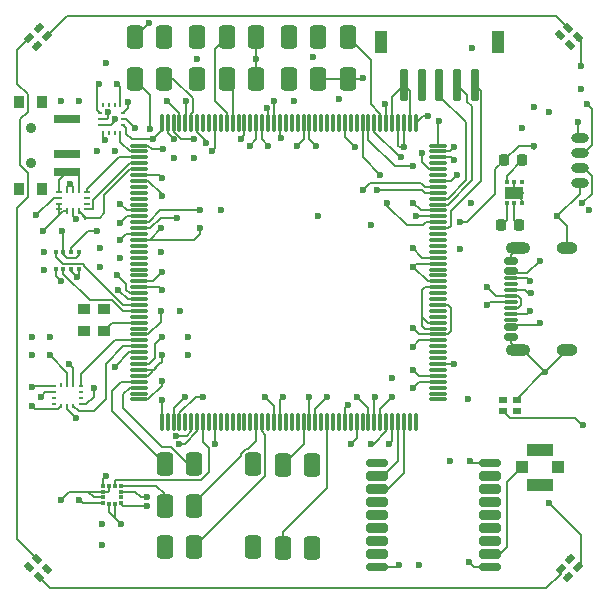
<source format=gtl>
%TF.GenerationSoftware,KiCad,Pcbnew,9.0.1-9.0.1-0~ubuntu24.04.1*%
%TF.CreationDate,2025-06-01T23:52:21-05:00*%
%TF.ProjectId,FC,46432e6b-6963-4616-945f-706362585858,rev?*%
%TF.SameCoordinates,Original*%
%TF.FileFunction,Copper,L1,Top*%
%TF.FilePolarity,Positive*%
%FSLAX46Y46*%
G04 Gerber Fmt 4.6, Leading zero omitted, Abs format (unit mm)*
G04 Created by KiCad (PCBNEW 9.0.1-9.0.1-0~ubuntu24.04.1) date 2025-06-01 23:52:21*
%MOMM*%
%LPD*%
G01*
G04 APERTURE LIST*
G04 Aperture macros list*
%AMRoundRect*
0 Rectangle with rounded corners*
0 $1 Rounding radius*
0 $2 $3 $4 $5 $6 $7 $8 $9 X,Y pos of 4 corners*
0 Add a 4 corners polygon primitive as box body*
4,1,4,$2,$3,$4,$5,$6,$7,$8,$9,$2,$3,0*
0 Add four circle primitives for the rounded corners*
1,1,$1+$1,$2,$3*
1,1,$1+$1,$4,$5*
1,1,$1+$1,$6,$7*
1,1,$1+$1,$8,$9*
0 Add four rect primitives between the rounded corners*
20,1,$1+$1,$2,$3,$4,$5,0*
20,1,$1+$1,$4,$5,$6,$7,0*
20,1,$1+$1,$6,$7,$8,$9,0*
20,1,$1+$1,$8,$9,$2,$3,0*%
%AMRotRect*
0 Rectangle, with rotation*
0 The origin of the aperture is its center*
0 $1 length*
0 $2 width*
0 $3 Rotation angle, in degrees counterclockwise*
0 Add horizontal line*
21,1,$1,$2,0,0,$3*%
G04 Aperture macros list end*
%TA.AperFunction,HeatsinkPad*%
%ADD10O,1.800000X1.000000*%
%TD*%
%TA.AperFunction,HeatsinkPad*%
%ADD11O,2.100000X1.000000*%
%TD*%
%TA.AperFunction,SMDPad,CuDef*%
%ADD12RoundRect,0.075000X0.500000X-0.075000X0.500000X0.075000X-0.500000X0.075000X-0.500000X-0.075000X0*%
%TD*%
%TA.AperFunction,SMDPad,CuDef*%
%ADD13RoundRect,0.150000X0.425000X-0.150000X0.425000X0.150000X-0.425000X0.150000X-0.425000X-0.150000X0*%
%TD*%
%TA.AperFunction,SMDPad,CuDef*%
%ADD14R,0.254000X0.431800*%
%TD*%
%TA.AperFunction,SMDPad,CuDef*%
%ADD15R,0.431800X0.254000*%
%TD*%
%TA.AperFunction,SMDPad,CuDef*%
%ADD16RoundRect,0.350000X-0.350000X-0.650000X0.350000X-0.650000X0.350000X0.650000X-0.350000X0.650000X0*%
%TD*%
%TA.AperFunction,SMDPad,CuDef*%
%ADD17R,0.350000X0.350000*%
%TD*%
%TA.AperFunction,SMDPad,CuDef*%
%ADD18R,1.050000X1.000000*%
%TD*%
%TA.AperFunction,SMDPad,CuDef*%
%ADD19R,2.200000X1.050000*%
%TD*%
%TA.AperFunction,SMDPad,CuDef*%
%ADD20R,0.475000X0.250000*%
%TD*%
%TA.AperFunction,SMDPad,CuDef*%
%ADD21R,0.250000X0.475000*%
%TD*%
%TA.AperFunction,SMDPad,CuDef*%
%ADD22RoundRect,0.075000X-0.675000X-0.075000X0.675000X-0.075000X0.675000X0.075000X-0.675000X0.075000X0*%
%TD*%
%TA.AperFunction,SMDPad,CuDef*%
%ADD23RoundRect,0.075000X-0.075000X-0.675000X0.075000X-0.675000X0.075000X0.675000X-0.075000X0.675000X0*%
%TD*%
%TA.AperFunction,SMDPad,CuDef*%
%ADD24RoundRect,0.175000X0.175000X1.175000X-0.175000X1.175000X-0.175000X-1.175000X0.175000X-1.175000X0*%
%TD*%
%TA.AperFunction,SMDPad,CuDef*%
%ADD25RoundRect,0.250000X0.300000X0.700000X-0.300000X0.700000X-0.300000X-0.700000X0.300000X-0.700000X0*%
%TD*%
%TA.AperFunction,SMDPad,CuDef*%
%ADD26RotRect,0.762000X0.508000X45.000000*%
%TD*%
%TA.AperFunction,SMDPad,CuDef*%
%ADD27RoundRect,0.350000X0.350000X0.650000X-0.350000X0.650000X-0.350000X-0.650000X0.350000X-0.650000X0*%
%TD*%
%TA.AperFunction,SMDPad,CuDef*%
%ADD28R,0.762000X0.508000*%
%TD*%
%TA.AperFunction,SMDPad,CuDef*%
%ADD29RoundRect,0.225000X-0.225000X-0.250000X0.225000X-0.250000X0.225000X0.250000X-0.225000X0.250000X0*%
%TD*%
%TA.AperFunction,SMDPad,CuDef*%
%ADD30RoundRect,0.175000X-0.725000X-0.175000X0.725000X-0.175000X0.725000X0.175000X-0.725000X0.175000X0*%
%TD*%
%TA.AperFunction,SMDPad,CuDef*%
%ADD31RoundRect,0.200000X-0.700000X-0.200000X0.700000X-0.200000X0.700000X0.200000X-0.700000X0.200000X0*%
%TD*%
%TA.AperFunction,SMDPad,CuDef*%
%ADD32R,1.016000X0.838200*%
%TD*%
%TA.AperFunction,SMDPad,CuDef*%
%ADD33RoundRect,0.093750X0.106250X-0.093750X0.106250X0.093750X-0.106250X0.093750X-0.106250X-0.093750X0*%
%TD*%
%TA.AperFunction,HeatsinkPad*%
%ADD34C,0.500000*%
%TD*%
%TA.AperFunction,HeatsinkPad*%
%ADD35R,1.600000X1.000000*%
%TD*%
%TA.AperFunction,SMDPad,CuDef*%
%ADD36RotRect,0.762000X0.508000X315.000000*%
%TD*%
%TA.AperFunction,SMDPad,CuDef*%
%ADD37O,1.500000X0.800000*%
%TD*%
%TA.AperFunction,SMDPad,CuDef*%
%ADD38RotRect,0.762000X0.508000X225.000000*%
%TD*%
%TA.AperFunction,SMDPad,CuDef*%
%ADD39RotRect,0.762000X0.508000X135.000000*%
%TD*%
%TA.AperFunction,SMDPad,CuDef*%
%ADD40R,0.375000X0.350000*%
%TD*%
%TA.AperFunction,SMDPad,CuDef*%
%ADD41R,0.350000X0.375000*%
%TD*%
%TA.AperFunction,SMDPad,CuDef*%
%ADD42R,2.209800X0.762000*%
%TD*%
%TA.AperFunction,SMDPad,CuDef*%
%ADD43C,0.889000*%
%TD*%
%TA.AperFunction,SMDPad,CuDef*%
%ADD44R,0.812800X0.990600*%
%TD*%
%TA.AperFunction,ViaPad*%
%ADD45C,0.600000*%
%TD*%
%TA.AperFunction,ViaPad*%
%ADD46C,0.800000*%
%TD*%
%TA.AperFunction,Conductor*%
%ADD47C,0.200000*%
%TD*%
G04 APERTURE END LIST*
D10*
%TO.P,J1,S1,GND*%
%TO.N,GND*%
X197325000Y-70430000D03*
D11*
X193145000Y-70430000D03*
D10*
X197325000Y-79070000D03*
D11*
X193145000Y-79070000D03*
D12*
%TO.P,J1,B8,SBU2*%
%TO.N,unconnected-(J1-SBU2-PadB8)*%
X192570000Y-76500000D03*
%TO.P,J1,B7,DN2*%
%TO.N,Net-(J1-DN1)*%
X192570000Y-75500000D03*
%TO.P,J1,B6,DP2*%
%TO.N,Net-(J1-DP1)*%
X192570000Y-74000000D03*
%TO.P,J1,B5,CC2*%
%TO.N,Net-(J1-CC2)*%
X192570000Y-73000000D03*
D13*
%TO.P,J1,A12,GND*%
%TO.N,GND*%
X192570000Y-71550000D03*
%TO.P,J1,A9,VBUS*%
%TO.N,Net-(J1-VBUS-PadA4)*%
X192570000Y-72350000D03*
D12*
%TO.P,J1,A8,SBU1*%
%TO.N,unconnected-(J1-SBU1-PadA8)*%
X192570000Y-73500000D03*
%TO.P,J1,A7,DN1*%
%TO.N,Net-(J1-DN1)*%
X192570000Y-74500000D03*
%TO.P,J1,A6,DP1*%
%TO.N,Net-(J1-DP1)*%
X192570000Y-75000000D03*
%TO.P,J1,A5,CC1*%
%TO.N,Net-(J1-CC1)*%
X192570000Y-76000000D03*
D13*
%TO.P,J1,A4,VBUS*%
%TO.N,Net-(J1-VBUS-PadA4)*%
X192570000Y-77150000D03*
%TO.P,J1,A1,GND*%
%TO.N,GND*%
X192570000Y-77950000D03*
%TD*%
D14*
%TO.P,U18,1,AP_SDO/AP_AD0*%
%TO.N,IMU3_MISO*%
X157999999Y-60706500D03*
%TO.P,U18,2,RESV*%
%TO.N,unconnected-(U18-RESV-Pad2)*%
X158500000Y-60706500D03*
%TO.P,U18,3,RESV*%
%TO.N,unconnected-(U18-RESV-Pad3)*%
X159000000Y-60706500D03*
%TO.P,U18,4,INT1/INT*%
%TO.N,IMU3_INT*%
X159500001Y-60706500D03*
D15*
%TO.P,U18,5,VDDIO*%
%TO.N,+3.3V*%
X159702500Y-59999999D03*
%TO.P,U18,6,GND*%
%TO.N,GND*%
X159702500Y-59500000D03*
%TO.P,U18,7,FSYNC*%
%TO.N,FSYNC*%
X159702500Y-59000001D03*
D14*
%TO.P,U18,8,VDD*%
%TO.N,+3.3V*%
X159500001Y-58293500D03*
%TO.P,U18,9,INT2*%
%TO.N,unconnected-(U18-INT2-Pad9)*%
X159000000Y-58293500D03*
%TO.P,U18,10,RESV*%
%TO.N,unconnected-(U18-RESV-Pad10)*%
X158500000Y-58293500D03*
%TO.P,U18,11,RESV*%
%TO.N,unconnected-(U18-RESV-Pad11)*%
X157999999Y-58293500D03*
D15*
%TO.P,U18,12,AP_CS*%
%TO.N,GND*%
X157797500Y-59000001D03*
%TO.P,U18,13,AP_SCL/AP_SCLK*%
%TO.N,IMU3_SCL*%
X157797500Y-59500000D03*
%TO.P,U18,14,AP_SDA/AP_SDIO/AP_SDI*%
%TO.N,IMU3_MOSI*%
X157797500Y-59999999D03*
%TD*%
D16*
%TO.P,J17,1,Pin_1*%
%TO.N,/EXT_UART_MOSI*%
X163250000Y-88750000D03*
%TD*%
%TO.P,J11,1,Pin_1*%
%TO.N,+3.3V*%
X171000000Y-56100000D03*
%TD*%
%TO.P,J19,1,Pin_1*%
%TO.N,GND*%
X163250000Y-92250000D03*
%TD*%
D17*
%TO.P,U5,1,GND*%
%TO.N,GND*%
X155975000Y-72225000D03*
%TO.P,U5,2,CSB*%
X155325000Y-72225000D03*
%TO.P,U5,3,SDI*%
%TO.N,BARO_MOSI*%
X154675000Y-72225000D03*
%TO.P,U5,4,SCK*%
%TO.N,BARO_SCL*%
X154025000Y-72225000D03*
%TO.P,U5,5,SDO*%
%TO.N,BARO_MISO*%
X154025000Y-70775000D03*
%TO.P,U5,6,VDDIO*%
%TO.N,+3.3V*%
X154675000Y-70775000D03*
%TO.P,U5,7,GND__1*%
%TO.N,GND*%
X155325000Y-70775000D03*
%TO.P,U5,8,VDD*%
%TO.N,+3.3V*%
X155975000Y-70775000D03*
%TD*%
D18*
%TO.P,J3,1*%
%TO.N,Net-(U9-RF_IN)*%
X193475000Y-89000000D03*
D19*
%TO.P,J3,S1*%
%TO.N,GND*%
X195000000Y-90475000D03*
D18*
%TO.P,J3,S2*%
X196525000Y-89000000D03*
D19*
%TO.P,J3,S3*%
X195000000Y-87525000D03*
%TD*%
D20*
%TO.P,U4,1,AP_SDO/AP_AD0*%
%TO.N,IMU2_MISO*%
X156662500Y-67162500D03*
%TO.P,U4,2,MAS_DA*%
%TO.N,unconnected-(U4-MAS_DA-Pad2)*%
X156662500Y-66662500D03*
%TO.P,U4,3,MAS_CLK*%
%TO.N,unconnected-(U4-MAS_CLK-Pad3)*%
X156662500Y-66162500D03*
%TO.P,U4,4,INT1/INT*%
%TO.N,IMU2_INT*%
X156662500Y-65662500D03*
D21*
%TO.P,U4,5,VDDIO*%
%TO.N,+3.3V*%
X156000000Y-65500000D03*
%TO.P,U4,6,GND*%
%TO.N,GND*%
X155500000Y-65500000D03*
%TO.P,U4,7,RESV*%
X155000000Y-65500000D03*
D20*
%TO.P,U4,8,VDD*%
%TO.N,+3.3V*%
X154337500Y-65662500D03*
%TO.P,U4,9,INT2/FSYNC/CLKIN*%
%TO.N,FSYNC*%
X154337500Y-66162500D03*
%TO.P,U4,10,RESV/AUX1_CS*%
%TO.N,GND*%
X154337500Y-66662500D03*
%TO.P,U4,11,RESV/AUX1_SDO*%
X154337500Y-67162500D03*
D21*
%TO.P,U4,12,AP_CS*%
X155000000Y-67325000D03*
%TO.P,U4,13,AP_SCL/AP_SCLK*%
%TO.N,IMU2_SCL*%
X155500000Y-67325000D03*
%TO.P,U4,14,AP_SDI*%
%TO.N,IMU2_MOSI*%
X156000000Y-67325000D03*
%TD*%
D16*
%TO.P,J7,1,Pin_1*%
%TO.N,/EXT_VTX_IRC*%
X173750000Y-56100000D03*
%TD*%
D22*
%TO.P,U10,1,PE2*%
%TO.N,IMU2_SCL*%
X161075000Y-61750000D03*
%TO.P,U10,2,PE3*%
%TO.N,IMU3_INT*%
X161075000Y-62250000D03*
%TO.P,U10,3,PE4*%
%TO.N,IMU2_INT*%
X161075000Y-62750000D03*
%TO.P,U10,4,PE5*%
%TO.N,IMU2_MISO*%
X161075000Y-63250000D03*
%TO.P,U10,5,PE6*%
%TO.N,IMU2_MOSI*%
X161075000Y-63750000D03*
%TO.P,U10,6,VSS*%
%TO.N,GND*%
X161075000Y-64250000D03*
%TO.P,U10,7,VDD*%
%TO.N,+3.3V*%
X161075000Y-64750000D03*
%TO.P,U10,8,VBAT*%
%TO.N,unconnected-(U10-VBAT-Pad8)*%
X161075000Y-65250000D03*
%TO.P,U10,9,PC13*%
%TO.N,unconnected-(U10-PC13-Pad9)*%
X161075000Y-65750000D03*
%TO.P,U10,10,PC14*%
%TO.N,unconnected-(U10-PC14-Pad10)*%
X161075000Y-66250000D03*
%TO.P,U10,11,PC15*%
%TO.N,unconnected-(U10-PC15-Pad11)*%
X161075000Y-66750000D03*
%TO.P,U10,12,VSS*%
%TO.N,GND*%
X161075000Y-67250000D03*
%TO.P,U10,13,VDD*%
%TO.N,+3.3V*%
X161075000Y-67750000D03*
%TO.P,U10,14,VSSSMPS*%
%TO.N,GND*%
X161075000Y-68250000D03*
%TO.P,U10,15,VLXSMPS*%
%TO.N,Net-(U10-VLXSMPS)*%
X161075000Y-68750000D03*
%TO.P,U10,16,VDDSMPS*%
%TO.N,+3.3V*%
X161075000Y-69250000D03*
%TO.P,U10,17,VFBSMPS*%
%TO.N,Net-(U10-VFBSMPS)*%
X161075000Y-69750000D03*
%TO.P,U10,18,PF0*%
%TO.N,unconnected-(U10-PF0-Pad18)*%
X161075000Y-70250000D03*
%TO.P,U10,19,PF1*%
%TO.N,unconnected-(U10-PF1-Pad19)*%
X161075000Y-70750000D03*
%TO.P,U10,20,PF2*%
%TO.N,unconnected-(U10-PF2-Pad20)*%
X161075000Y-71250000D03*
%TO.P,U10,21,PF3*%
%TO.N,unconnected-(U10-PF3-Pad21)*%
X161075000Y-71750000D03*
%TO.P,U10,22,PF4*%
%TO.N,unconnected-(U10-PF4-Pad22)*%
X161075000Y-72250000D03*
%TO.P,U10,23,PF5*%
%TO.N,unconnected-(U10-PF5-Pad23)*%
X161075000Y-72750000D03*
%TO.P,U10,24,VSS*%
%TO.N,GND*%
X161075000Y-73250000D03*
%TO.P,U10,25,VDD*%
%TO.N,+3.3V*%
X161075000Y-73750000D03*
%TO.P,U10,26,PF6*%
%TO.N,FSYNC*%
X161075000Y-74250000D03*
%TO.P,U10,27,PF7*%
%TO.N,BARO_SCL*%
X161075000Y-74750000D03*
%TO.P,U10,28,PF8*%
%TO.N,BARO_MISO*%
X161075000Y-75250000D03*
%TO.P,U10,29,PF9*%
%TO.N,BARO_MOSI*%
X161075000Y-75750000D03*
%TO.P,U10,30,PF10*%
%TO.N,unconnected-(U10-PF10-Pad30)*%
X161075000Y-76250000D03*
%TO.P,U10,31,PH0*%
%TO.N,Net-(U10-PH0)*%
X161075000Y-76750000D03*
%TO.P,U10,32,PH1*%
%TO.N,unconnected-(U10-PH1-Pad32)*%
X161075000Y-77250000D03*
%TO.P,U10,33,NRST*%
%TO.N,/NRST*%
X161075000Y-77750000D03*
%TO.P,U10,34,PC0*%
%TO.N,IMU1_INT*%
X161075000Y-78250000D03*
%TO.P,U10,35,PC1*%
%TO.N,IMU1_MOSI*%
X161075000Y-78750000D03*
%TO.P,U10,36,PC2_C*%
%TO.N,IMU1_MISO*%
X161075000Y-79250000D03*
%TO.P,U10,37,PC3_C*%
%TO.N,unconnected-(U10-PC3_C-Pad37)*%
X161075000Y-79750000D03*
%TO.P,U10,38,VSSA*%
%TO.N,GND*%
X161075000Y-80250000D03*
%TO.P,U10,39,VREF+*%
%TO.N,+3.3V*%
X161075000Y-80750000D03*
%TO.P,U10,40,VDDA*%
X161075000Y-81250000D03*
%TO.P,U10,41,PA0*%
%TO.N,/EXT_UART_MOSI*%
X161075000Y-81750000D03*
%TO.P,U10,42,PA1*%
%TO.N,/EXT_UART_MISO*%
X161075000Y-82250000D03*
%TO.P,U10,43,PA2*%
%TO.N,unconnected-(U10-PA2-Pad43)*%
X161075000Y-82750000D03*
%TO.P,U10,44,VDD*%
%TO.N,+3.3V*%
X161075000Y-83250000D03*
D23*
%TO.P,U10,45,VSS*%
%TO.N,GND*%
X163000000Y-85175000D03*
%TO.P,U10,46,PA3*%
%TO.N,unconnected-(U10-PA3-Pad46)*%
X163500000Y-85175000D03*
%TO.P,U10,47,VSS*%
%TO.N,GND*%
X164000000Y-85175000D03*
%TO.P,U10,48,VDD*%
%TO.N,+3.3V*%
X164500000Y-85175000D03*
%TO.P,U10,49,PA4*%
%TO.N,unconnected-(U10-PA4-Pad49)*%
X165000000Y-85175000D03*
%TO.P,U10,50,PA5*%
%TO.N,MAG_SCL*%
X165500000Y-85175000D03*
%TO.P,U10,51,PA6*%
%TO.N,MAG_MISO*%
X166000000Y-85175000D03*
%TO.P,U10,52,PA7*%
%TO.N,MAG_MOSI*%
X166500000Y-85175000D03*
%TO.P,U10,53,PC4*%
%TO.N,unconnected-(U10-PC4-Pad53)*%
X167000000Y-85175000D03*
%TO.P,U10,54,PC5*%
%TO.N,MAG_INT*%
X167500000Y-85175000D03*
%TO.P,U10,55,PB0*%
%TO.N,unconnected-(U10-PB0-Pad55)*%
X168000000Y-85175000D03*
%TO.P,U10,56,PB1*%
%TO.N,unconnected-(U10-PB1-Pad56)*%
X168500000Y-85175000D03*
%TO.P,U10,57,PB2*%
%TO.N,unconnected-(U10-PB2-Pad57)*%
X169000000Y-85175000D03*
%TO.P,U10,58,PF11*%
%TO.N,unconnected-(U10-PF11-Pad58)*%
X169500000Y-85175000D03*
%TO.P,U10,59,PF12*%
%TO.N,unconnected-(U10-PF12-Pad59)*%
X170000000Y-85175000D03*
%TO.P,U10,60,PF13*%
%TO.N,unconnected-(U10-PF13-Pad60)*%
X170500000Y-85175000D03*
%TO.P,U10,61,PF14*%
%TO.N,/EXT_I2C_SCL*%
X171000000Y-85175000D03*
%TO.P,U10,62,PF15*%
%TO.N,/EXT_I2C_SDA*%
X171500000Y-85175000D03*
%TO.P,U10,63,PG0*%
%TO.N,unconnected-(U10-PG0-Pad63)*%
X172000000Y-85175000D03*
%TO.P,U10,64,VSS*%
%TO.N,GND*%
X172500000Y-85175000D03*
%TO.P,U10,65,VDD*%
%TO.N,+3.3V*%
X173000000Y-85175000D03*
%TO.P,U10,66,PG1*%
%TO.N,unconnected-(U10-PG1-Pad66)*%
X173500000Y-85175000D03*
%TO.P,U10,67,PE7*%
%TO.N,unconnected-(U10-PE7-Pad67)*%
X174000000Y-85175000D03*
%TO.P,U10,68,PE8*%
%TO.N,unconnected-(U10-PE8-Pad68)*%
X174500000Y-85175000D03*
%TO.P,U10,69,PE9*%
%TO.N,/EXT_PWM_S3*%
X175000000Y-85175000D03*
%TO.P,U10,70,VSS*%
%TO.N,GND*%
X175500000Y-85175000D03*
%TO.P,U10,71,VDD*%
%TO.N,+3.3V*%
X176000000Y-85175000D03*
%TO.P,U10,72,PE10*%
%TO.N,unconnected-(U10-PE10-Pad72)*%
X176500000Y-85175000D03*
%TO.P,U10,73,PE11*%
%TO.N,/EXT_PWM_S4*%
X177000000Y-85175000D03*
%TO.P,U10,74,PE12*%
%TO.N,unconnected-(U10-PE12-Pad74)*%
X177500000Y-85175000D03*
%TO.P,U10,75,PE13*%
%TO.N,unconnected-(U10-PE13-Pad75)*%
X178000000Y-85175000D03*
%TO.P,U10,76,PE14*%
%TO.N,/LEDB_PWM*%
X178500000Y-85175000D03*
%TO.P,U10,77,PE15*%
%TO.N,unconnected-(U10-PE15-Pad77)*%
X179000000Y-85175000D03*
%TO.P,U10,78,PB10*%
%TO.N,IMU1_SCL*%
X179500000Y-85175000D03*
%TO.P,U10,79,PB11*%
%TO.N,unconnected-(U10-PB11-Pad79)*%
X180000000Y-85175000D03*
%TO.P,U10,80,VCAP*%
%TO.N,Net-(C40-Pad2)*%
X180500000Y-85175000D03*
%TO.P,U10,81,VSS*%
%TO.N,GND*%
X181000000Y-85175000D03*
%TO.P,U10,82,VDDLDO*%
%TO.N,+3.3V*%
X181500000Y-85175000D03*
%TO.P,U10,83,VSS*%
%TO.N,GND*%
X182000000Y-85175000D03*
%TO.P,U10,84,VDD*%
%TO.N,+3.3V*%
X182500000Y-85175000D03*
%TO.P,U10,85,PB12*%
%TO.N,GPS_UART_MISO*%
X183000000Y-85175000D03*
%TO.P,U10,86,PB13*%
%TO.N,GPS_UART_MOSI*%
X183500000Y-85175000D03*
%TO.P,U10,87,PB14*%
%TO.N,unconnected-(U10-PB14-Pad87)*%
X184000000Y-85175000D03*
%TO.P,U10,88,PB15*%
%TO.N,unconnected-(U10-PB15-Pad88)*%
X184500000Y-85175000D03*
D22*
%TO.P,U10,89,PD8*%
%TO.N,unconnected-(U10-PD8-Pad89)*%
X186425000Y-83250000D03*
%TO.P,U10,90,PD9*%
%TO.N,unconnected-(U10-PD9-Pad90)*%
X186425000Y-82750000D03*
%TO.P,U10,91,PD10*%
%TO.N,unconnected-(U10-PD10-Pad91)*%
X186425000Y-82250000D03*
%TO.P,U10,92,VDD*%
%TO.N,+3.3V*%
X186425000Y-81750000D03*
%TO.P,U10,93,VSS*%
%TO.N,GND*%
X186425000Y-81250000D03*
%TO.P,U10,94,PD11*%
%TO.N,unconnected-(U10-PD11-Pad94)*%
X186425000Y-80750000D03*
%TO.P,U10,95,PD12*%
%TO.N,/LEDC_PWM*%
X186425000Y-80250000D03*
%TO.P,U10,96,PD13*%
%TO.N,unconnected-(U10-PD13-Pad96)*%
X186425000Y-79750000D03*
%TO.P,U10,97,PD14*%
%TO.N,unconnected-(U10-PD14-Pad97)*%
X186425000Y-79250000D03*
%TO.P,U10,98,PD15*%
%TO.N,unconnected-(U10-PD15-Pad98)*%
X186425000Y-78750000D03*
%TO.P,U10,99,VDD*%
%TO.N,+3.3V*%
X186425000Y-78250000D03*
%TO.P,U10,100,VSS*%
%TO.N,GND*%
X186425000Y-77750000D03*
%TO.P,U10,101,VCAPDSI*%
%TO.N,Net-(U10-VCAPDSI)*%
X186425000Y-77250000D03*
%TO.P,U10,102,VDD12DSI*%
X186425000Y-76750000D03*
%TO.P,U10,103,DSI_D0P*%
%TO.N,unconnected-(U10-DSI_D0P-Pad103)*%
X186425000Y-76250000D03*
%TO.P,U10,104,DSI_D0N*%
%TO.N,unconnected-(U10-DSI_D0N-Pad104)*%
X186425000Y-75750000D03*
%TO.P,U10,105,VSSDSI*%
%TO.N,GND*%
X186425000Y-75250000D03*
%TO.P,U10,106,DSI_CKP*%
%TO.N,unconnected-(U10-DSI_CKP-Pad106)*%
X186425000Y-74750000D03*
%TO.P,U10,107,DSI_CKN*%
%TO.N,unconnected-(U10-DSI_CKN-Pad107)*%
X186425000Y-74250000D03*
%TO.P,U10,108,VDD12DSI*%
%TO.N,Net-(U10-VCAPDSI)*%
X186425000Y-73750000D03*
%TO.P,U10,109,VSSDSI*%
%TO.N,GND*%
X186425000Y-73250000D03*
%TO.P,U10,110,PG2*%
%TO.N,unconnected-(U10-PG2-Pad110)*%
X186425000Y-72750000D03*
%TO.P,U10,111,PG3*%
%TO.N,unconnected-(U10-PG3-Pad111)*%
X186425000Y-72250000D03*
%TO.P,U10,112,VSS*%
%TO.N,GND*%
X186425000Y-71750000D03*
%TO.P,U10,113,VDD*%
%TO.N,+3.3V*%
X186425000Y-71250000D03*
%TO.P,U10,114,PG4*%
%TO.N,unconnected-(U10-PG4-Pad114)*%
X186425000Y-70750000D03*
%TO.P,U10,115,PG5*%
%TO.N,unconnected-(U10-PG5-Pad115)*%
X186425000Y-70250000D03*
%TO.P,U10,116,PG6*%
%TO.N,unconnected-(U10-PG6-Pad116)*%
X186425000Y-69750000D03*
%TO.P,U10,117,PG7*%
%TO.N,unconnected-(U10-PG7-Pad117)*%
X186425000Y-69250000D03*
%TO.P,U10,118,PG8*%
%TO.N,/ESC_USART_DE*%
X186425000Y-68750000D03*
%TO.P,U10,119,VSS*%
%TO.N,GND*%
X186425000Y-68250000D03*
%TO.P,U10,120,VDD50_USB*%
%TO.N,+5V*%
X186425000Y-67750000D03*
%TO.P,U10,121,VDD33_USB*%
%TO.N,+3.3V*%
X186425000Y-67250000D03*
%TO.P,U10,122,PC6*%
%TO.N,/ESC_USART_MOSI*%
X186425000Y-66750000D03*
%TO.P,U10,123,PC7*%
%TO.N,/ESC_USART_MISO*%
X186425000Y-66250000D03*
%TO.P,U10,124,PC8*%
%TO.N,/SD_DAT0*%
X186425000Y-65750000D03*
%TO.P,U10,125,PC9*%
%TO.N,/SD_DAT1*%
X186425000Y-65250000D03*
%TO.P,U10,126,VDD*%
%TO.N,+3.3V*%
X186425000Y-64750000D03*
%TO.P,U10,127,PA8*%
%TO.N,unconnected-(U10-PA8-Pad127)*%
X186425000Y-64250000D03*
%TO.P,U10,128,PA9*%
%TO.N,/EXT_VTX_IRC*%
X186425000Y-63750000D03*
%TO.P,U10,129,PA10*%
%TO.N,unconnected-(U10-PA10-Pad129)*%
X186425000Y-63250000D03*
%TO.P,U10,130,PA11*%
%TO.N,/USB_DN*%
X186425000Y-62750000D03*
%TO.P,U10,131,PA12*%
%TO.N,/USB_DP*%
X186425000Y-62250000D03*
%TO.P,U10,132,PA13*%
%TO.N,/SDWIO*%
X186425000Y-61750000D03*
D23*
%TO.P,U10,133,VCAP*%
%TO.N,Net-(C41-Pad2)*%
X184500000Y-59825000D03*
%TO.P,U10,134,VSS*%
%TO.N,GND*%
X184000000Y-59825000D03*
%TO.P,U10,135,VDDLDO*%
%TO.N,+3.3V*%
X183500000Y-59825000D03*
%TO.P,U10,136,VDD*%
X183000000Y-59825000D03*
%TO.P,U10,137,VSS*%
%TO.N,GND*%
X182500000Y-59825000D03*
%TO.P,U10,138,PA14*%
%TO.N,/SWCLK*%
X182000000Y-59825000D03*
%TO.P,U10,139,PA15*%
%TO.N,/EXT_PWM_BZ*%
X181500000Y-59825000D03*
%TO.P,U10,140,PC10*%
%TO.N,/SD_DAT2*%
X181000000Y-59825000D03*
%TO.P,U10,141,PC11*%
%TO.N,/SD_DAT3*%
X180500000Y-59825000D03*
%TO.P,U10,142,PC12*%
%TO.N,/SD_CLK*%
X180000000Y-59825000D03*
%TO.P,U10,143,PD0*%
%TO.N,unconnected-(U10-PD0-Pad143)*%
X179500000Y-59825000D03*
%TO.P,U10,144,PD1*%
%TO.N,unconnected-(U10-PD1-Pad144)*%
X179000000Y-59825000D03*
%TO.P,U10,145,PD2*%
%TO.N,/SD_CMD*%
X178500000Y-59825000D03*
%TO.P,U10,146,PD3*%
%TO.N,unconnected-(U10-PD3-Pad146)*%
X178000000Y-59825000D03*
%TO.P,U10,147,PD4*%
%TO.N,unconnected-(U10-PD4-Pad147)*%
X177500000Y-59825000D03*
%TO.P,U10,148,PD5*%
%TO.N,unconnected-(U10-PD5-Pad148)*%
X177000000Y-59825000D03*
%TO.P,U10,149,PD6*%
%TO.N,unconnected-(U10-PD6-Pad149)*%
X176500000Y-59825000D03*
%TO.P,U10,150,PD7*%
%TO.N,unconnected-(U10-PD7-Pad150)*%
X176000000Y-59825000D03*
%TO.P,U10,151,VSS*%
%TO.N,GND*%
X175500000Y-59825000D03*
%TO.P,U10,152,VDD*%
%TO.N,+3.3V*%
X175000000Y-59825000D03*
%TO.P,U10,153,PG9*%
%TO.N,unconnected-(U10-PG9-Pad153)*%
X174500000Y-59825000D03*
%TO.P,U10,154,PG10*%
%TO.N,unconnected-(U10-PG10-Pad154)*%
X174000000Y-59825000D03*
%TO.P,U10,155,PG11*%
%TO.N,unconnected-(U10-PG11-Pad155)*%
X173500000Y-59825000D03*
%TO.P,U10,156,PG12*%
%TO.N,IMU3_MISO*%
X173000000Y-59825000D03*
%TO.P,U10,157,PG13*%
%TO.N,IMU3_SCL*%
X172500000Y-59825000D03*
%TO.P,U10,158,PG14*%
%TO.N,IMU3_MOSI*%
X172000000Y-59825000D03*
%TO.P,U10,159,VSS*%
%TO.N,GND*%
X171500000Y-59825000D03*
%TO.P,U10,160,VDD*%
%TO.N,+3.3V*%
X171000000Y-59825000D03*
%TO.P,U10,161,PG15*%
%TO.N,unconnected-(U10-PG15-Pad161)*%
X170500000Y-59825000D03*
%TO.P,U10,162,PB3*%
%TO.N,/SWO*%
X170000000Y-59825000D03*
%TO.P,U10,163,PB4*%
%TO.N,unconnected-(U10-PB4-Pad163)*%
X169500000Y-59825000D03*
%TO.P,U10,164,PB5*%
%TO.N,/EXT_PWM_S1*%
X169000000Y-59825000D03*
%TO.P,U10,165,PB6*%
%TO.N,/EXT_PWM_S2*%
X168500000Y-59825000D03*
%TO.P,U10,166,PB7*%
%TO.N,unconnected-(U10-PB7-Pad166)*%
X168000000Y-59825000D03*
%TO.P,U10,167,BOOT0*%
%TO.N,Net-(U10-BOOT0)*%
X167500000Y-59825000D03*
%TO.P,U10,168,PB8*%
%TO.N,unconnected-(U10-PB8-Pad168)*%
X167000000Y-59825000D03*
%TO.P,U10,169,PB9*%
%TO.N,unconnected-(U10-PB9-Pad169)*%
X166500000Y-59825000D03*
%TO.P,U10,170,PE0*%
%TO.N,/ELRS_UART_RX*%
X166000000Y-59825000D03*
%TO.P,U10,171,PE1*%
%TO.N,/ELRS_UART_TX*%
X165500000Y-59825000D03*
%TO.P,U10,172,VCAP*%
%TO.N,Net-(C42-Pad2)*%
X165000000Y-59825000D03*
%TO.P,U10,173,VSS*%
%TO.N,GND*%
X164500000Y-59825000D03*
%TO.P,U10,174,PDR_ON*%
%TO.N,+3.3V*%
X164000000Y-59825000D03*
%TO.P,U10,175,VDDLDO*%
X163500000Y-59825000D03*
%TO.P,U10,176,VDD*%
X163000000Y-59825000D03*
%TD*%
D16*
%TO.P,J32,1,Pin_1*%
%TO.N,/ELRS_UART_RX*%
X160700000Y-56100000D03*
%TD*%
D24*
%TO.P,J4,1,Pin_1*%
%TO.N,/ESC_USART_DE*%
X189500000Y-56650000D03*
%TO.P,J4,2,Pin_2*%
%TO.N,/ESC_USART_MOSI*%
X188000000Y-56650000D03*
%TO.P,J4,3,Pin_3*%
%TO.N,/ESC_USART_MISO*%
X186500000Y-56650000D03*
%TO.P,J4,4,Pin_4*%
%TO.N,/ESC_5V*%
X185000000Y-56650000D03*
%TO.P,J4,5,Pin_5*%
%TO.N,GND*%
X183500000Y-56650000D03*
D25*
%TO.P,J4,MP*%
%TO.N,N/C*%
X191450000Y-52950000D03*
X181550000Y-52950000D03*
%TD*%
D16*
%TO.P,J6,1,Pin_1*%
%TO.N,+5V*%
X176250000Y-56100000D03*
%TD*%
D26*
%TO.P,U12,1,DIN*%
%TO.N,Net-(U12-DIN)*%
X151769034Y-52637462D03*
%TO.P,U12,2,VDD*%
%TO.N,+5V*%
X152440786Y-53309214D03*
%TO.P,U12,3,DOUT*%
%TO.N,Net-(U12-DOUT)*%
X153250000Y-52500000D03*
%TO.P,U12,4,GND*%
%TO.N,GND*%
X152578248Y-51828248D03*
%TD*%
D16*
%TO.P,J12,1,Pin_1*%
%TO.N,/EXT_PWM_S1*%
X168500000Y-56100000D03*
%TD*%
%TO.P,J27,1,Pin_1*%
%TO.N,/EXT_PWM_S4*%
X173250000Y-95800000D03*
%TD*%
D27*
%TO.P,J30,1,Pin_1*%
%TO.N,GND*%
X163200000Y-52600000D03*
%TD*%
D16*
%TO.P,J22,1,Pin_1*%
%TO.N,/EXT_I2C_SDA*%
X165750000Y-95750000D03*
%TD*%
D28*
%TO.P,U16,1,DIN*%
%TO.N,Net-(U16-DIN)*%
X191927799Y-83275000D03*
%TO.P,U16,2,VDD*%
%TO.N,+5V*%
X191927799Y-84225000D03*
%TO.P,U16,3,DOUT*%
%TO.N,unconnected-(U16-DOUT-Pad3)*%
X193072201Y-84225000D03*
%TO.P,U16,4,GND*%
%TO.N,GND*%
X193072201Y-83275000D03*
%TD*%
D16*
%TO.P,J14,1,Pin_1*%
%TO.N,+3.3V*%
X171000000Y-52600000D03*
%TD*%
D29*
%TO.P,C30,1*%
%TO.N,+5V*%
X191975000Y-63000000D03*
%TO.P,C30,2*%
%TO.N,Net-(U1-IN)*%
X193525000Y-63000000D03*
%TD*%
D16*
%TO.P,J16,1,Pin_1*%
%TO.N,GND*%
X166000000Y-52600000D03*
%TD*%
D30*
%TO.P,U9,1,GND*%
%TO.N,GND*%
X181250000Y-88600000D03*
D31*
%TO.P,U9,2,TXD*%
%TO.N,GPS_UART_MISO*%
X181250000Y-89700000D03*
%TO.P,U9,3,RXD*%
%TO.N,GPS_UART_MOSI*%
X181250000Y-90800000D03*
%TO.P,U9,4,TIMEPULSE*%
%TO.N,unconnected-(U9-TIMEPULSE-Pad4)*%
X181250000Y-91900000D03*
%TO.P,U9,5,EXTINT*%
%TO.N,unconnected-(U9-EXTINT-Pad5)*%
X181250000Y-93000000D03*
%TO.P,U9,6,V_BCKP*%
%TO.N,unconnected-(U9-V_BCKP-Pad6)*%
X181250000Y-94100000D03*
%TO.P,U9,7,VCC_IO*%
%TO.N,+3.3V*%
X181250000Y-95200000D03*
%TO.P,U9,8,VCC*%
X181250000Y-96300000D03*
D30*
%TO.P,U9,9,~{RESET}*%
%TO.N,Net-(U9-~{RESET})*%
X181250000Y-97400000D03*
%TO.P,U9,10,GND*%
%TO.N,GND*%
X190750000Y-97400000D03*
D31*
%TO.P,U9,11,RF_IN*%
%TO.N,Net-(U9-RF_IN)*%
X190750000Y-96300000D03*
%TO.P,U9,12,GND*%
%TO.N,GND*%
X190750000Y-95200000D03*
%TO.P,U9,13,LNA_EN*%
%TO.N,unconnected-(U9-LNA_EN-Pad13)*%
X190750000Y-94100000D03*
%TO.P,U9,14,VCC_RF*%
%TO.N,+3.3V*%
X190750000Y-93000000D03*
%TO.P,U9,15,VIO_SEL*%
%TO.N,unconnected-(U9-VIO_SEL-Pad15)*%
X190750000Y-91900000D03*
%TO.P,U9,16,SDA*%
%TO.N,unconnected-(U9-SDA-Pad16)*%
X190750000Y-90800000D03*
%TO.P,U9,17,SCL*%
%TO.N,unconnected-(U9-SCL-Pad17)*%
X190750000Y-89700000D03*
D30*
%TO.P,U9,18,~{SAFEBOOT}*%
%TO.N,Net-(U9-~{SAFEBOOT})*%
X190750000Y-88600000D03*
%TD*%
D16*
%TO.P,J5,1,Pin_1*%
%TO.N,+5V*%
X178750000Y-56100000D03*
%TD*%
D32*
%TO.P,U11,1,EN*%
%TO.N,+3.3V*%
X156429801Y-75575001D03*
%TO.P,U11,2,GND*%
%TO.N,GND*%
X156429801Y-77424999D03*
%TO.P,U11,3,OUT*%
%TO.N,Net-(U10-PH0)*%
X158070199Y-77424999D03*
%TO.P,U11,4,VDD*%
%TO.N,+3.3V*%
X158070199Y-75575001D03*
%TD*%
D16*
%TO.P,J15,1,Pin_1*%
%TO.N,/EXT_PWM_S2*%
X168500000Y-52600000D03*
%TD*%
%TO.P,J9,1,Pin_1*%
%TO.N,GND*%
X176250000Y-52600000D03*
%TD*%
%TO.P,J10,1,Pin_1*%
%TO.N,GND*%
X173750000Y-52600000D03*
%TD*%
D29*
%TO.P,C31,1*%
%TO.N,Net-(U1-OUT)*%
X191725000Y-68500000D03*
%TO.P,C31,2*%
%TO.N,+3.3V*%
X193275000Y-68500000D03*
%TD*%
D33*
%TO.P,U1,1,OUT*%
%TO.N,Net-(U1-OUT)*%
X192200000Y-66637500D03*
%TO.P,U1,2,SNS*%
%TO.N,+3.3V*%
X192850000Y-66637500D03*
%TO.P,U1,3,GND*%
%TO.N,GND*%
X193500000Y-66637500D03*
%TO.P,U1,4,EN*%
%TO.N,unconnected-(U1-EN-Pad4)*%
X193500000Y-64862500D03*
%TO.P,U1,5,GND*%
%TO.N,GND*%
X192850000Y-64862500D03*
%TO.P,U1,6,IN*%
%TO.N,Net-(U1-IN)*%
X192200000Y-64862500D03*
D34*
%TO.P,U1,7,PAD*%
%TO.N,GND*%
X192300000Y-65750000D03*
D35*
X192850000Y-65750000D03*
D34*
X193400000Y-65750000D03*
%TD*%
D36*
%TO.P,U13,1,DIN*%
%TO.N,Net-(U12-DOUT)*%
X197421752Y-51759517D03*
%TO.P,U13,2,VDD*%
%TO.N,+5V*%
X196750000Y-52431269D03*
%TO.P,U13,3,DOUT*%
%TO.N,unconnected-(U13-DOUT-Pad3)*%
X197559214Y-53240483D03*
%TO.P,U13,4,GND*%
%TO.N,GND*%
X198230966Y-52568731D03*
%TD*%
D16*
%TO.P,J33,1,Pin_1*%
%TO.N,/ELRS_UART_TX*%
X163200000Y-56100000D03*
%TD*%
%TO.P,J18,1,Pin_1*%
%TO.N,/EXT_UART_MISO*%
X165750000Y-88750000D03*
%TD*%
%TO.P,J28,1,Pin_1*%
%TO.N,GND*%
X175750000Y-95800000D03*
%TD*%
%TO.P,J25,1,Pin_1*%
%TO.N,GND*%
X175750000Y-88800000D03*
%TD*%
D27*
%TO.P,J31,1,Pin_1*%
%TO.N,+5V*%
X160700000Y-52600000D03*
%TD*%
D16*
%TO.P,J23,1,Pin_1*%
%TO.N,+3.3V*%
X170750000Y-88750000D03*
%TD*%
%TO.P,J8,1,Pin_1*%
%TO.N,/EXT_PWM_BZ*%
X178750000Y-52600000D03*
%TD*%
%TO.P,J21,1,Pin_1*%
%TO.N,+3.3V*%
X163250000Y-95750000D03*
%TD*%
%TO.P,J24,1,Pin_1*%
%TO.N,/EXT_PWM_S3*%
X173250000Y-88800000D03*
%TD*%
%TO.P,J26,1,Pin_1*%
%TO.N,+3.3V*%
X170750000Y-95750000D03*
%TD*%
%TO.P,J20,1,Pin_1*%
%TO.N,/EXT_I2C_SCL*%
X165750000Y-92250000D03*
%TD*%
D15*
%TO.P,U3,1,AP_SDO/AP_AD0*%
%TO.N,IMU1_MISO*%
X156130299Y-83639001D03*
%TO.P,U3,2,RESV*%
%TO.N,unconnected-(U3-RESV-Pad2)*%
X156130299Y-83139000D03*
%TO.P,U3,3,RESV*%
%TO.N,unconnected-(U3-RESV-Pad3)*%
X156130299Y-82639000D03*
%TO.P,U3,4,INT1/INT*%
%TO.N,IMU1_INT*%
X156130299Y-82138999D03*
D14*
%TO.P,U3,5,VDDIO*%
%TO.N,+3.3V*%
X155499998Y-82000000D03*
%TO.P,U3,6,GND*%
%TO.N,GND*%
X154999999Y-82000000D03*
%TO.P,U3,7,RESV*%
%TO.N,unconnected-(U3-RESV-Pad7)*%
X154500000Y-82000000D03*
D15*
%TO.P,U3,8,VDD*%
%TO.N,+3.3V*%
X153869699Y-82138999D03*
%TO.P,U3,9,INT2/FSYNC/CLKIN*%
%TO.N,FSYNC*%
X153869699Y-82639000D03*
%TO.P,U3,10,RESV*%
%TO.N,unconnected-(U3-RESV-Pad10)*%
X153869699Y-83139000D03*
%TO.P,U3,11,RESV*%
%TO.N,unconnected-(U3-RESV-Pad11)*%
X153869699Y-83639001D03*
D14*
%TO.P,U3,12,AP_CS*%
%TO.N,GND*%
X154500000Y-83778000D03*
%TO.P,U3,13,AP_SCL/AP_SCLK*%
%TO.N,IMU1_SCL*%
X154999999Y-83778000D03*
%TO.P,U3,14,AP_SDI*%
%TO.N,IMU1_MOSI*%
X155499998Y-83778000D03*
%TD*%
D37*
%TO.P,J34,1,Pin_1*%
%TO.N,/SDWIO*%
X198368500Y-61095000D03*
%TO.P,J34,2,Pin_2*%
%TO.N,/SWCLK*%
X198368500Y-62365000D03*
%TO.P,J34,3,Pin_3*%
%TO.N,/SWO*%
X198368500Y-63635000D03*
%TO.P,J34,4,Pin_4*%
%TO.N,GND*%
X198368500Y-64905000D03*
%TD*%
D38*
%TO.P,U15,1,DIN*%
%TO.N,Net-(U15-DIN)*%
X198240483Y-97431269D03*
%TO.P,U15,2,VDD*%
%TO.N,+5V*%
X197568731Y-96759517D03*
%TO.P,U15,3,DOUT*%
%TO.N,Net-(U14-DIN)*%
X196759517Y-97568731D03*
%TO.P,U15,4,GND*%
%TO.N,GND*%
X197431269Y-98240483D03*
%TD*%
D39*
%TO.P,U14,1,DIN*%
%TO.N,Net-(U14-DIN)*%
X152568731Y-98240483D03*
%TO.P,U14,2,VDD*%
%TO.N,+5V*%
X153240483Y-97568731D03*
%TO.P,U14,3,DOUT*%
%TO.N,Net-(U12-DIN)*%
X152431269Y-96759517D03*
%TO.P,U14,4,GND*%
%TO.N,GND*%
X151759517Y-97431269D03*
%TD*%
D16*
%TO.P,J13,1,Pin_1*%
%TO.N,GND*%
X166000000Y-56100000D03*
%TD*%
D40*
%TO.P,U6,1,SCL/SPC*%
%TO.N,MAG_SCL*%
X157987500Y-90550000D03*
%TO.P,U6,2,RSVD1*%
%TO.N,GND*%
X157987500Y-91050000D03*
%TO.P,U6,3,GND*%
X157987500Y-91550000D03*
%TO.P,U6,4,C1*%
%TO.N,Net-(U6-C1)*%
X157987500Y-92050000D03*
D41*
%TO.P,U6,5,VDD*%
%TO.N,+3.3V*%
X158500000Y-92062500D03*
%TO.P,U6,6,VDD_IO*%
X159000000Y-92062500D03*
D40*
%TO.P,U6,7,INT*%
%TO.N,MAG_INT*%
X159512500Y-92050000D03*
%TO.P,U6,8,DRDY*%
%TO.N,unconnected-(U6-DRDY-Pad8)*%
X159512500Y-91550000D03*
%TO.P,U6,9,SDO/SA1*%
%TO.N,MAG_MISO*%
X159512500Y-91050000D03*
%TO.P,U6,10,CS*%
%TO.N,GND*%
X159512500Y-90550000D03*
D41*
%TO.P,U6,11,SDA/SDI/SDO*%
%TO.N,MAG_MOSI*%
X159000000Y-90537500D03*
%TO.P,U6,12,RSVD2*%
%TO.N,GND*%
X158500000Y-90537500D03*
%TD*%
D42*
%TO.P,U17,1,1*%
%TO.N,GND*%
X155000700Y-59499998D03*
%TO.P,U17,2,2*%
%TO.N,Net-(R8-Pad1)*%
X155000700Y-62500000D03*
%TO.P,U17,3,3*%
%TO.N,+3.3V*%
X155000700Y-64000000D03*
D43*
%TO.P,U17,4*%
%TO.N,N/C*%
X151900000Y-60250009D03*
%TO.P,U17,5*%
X151900000Y-63250009D03*
D44*
%TO.P,U17,6*%
X150935000Y-58099999D03*
%TO.P,U17,7*%
X152865000Y-58099999D03*
%TO.P,U17,8*%
X150935000Y-65399999D03*
%TO.P,U17,9*%
X152865000Y-65399999D03*
%TD*%
D45*
%TO.N,Net-(J1-VBUS-PadA4)*%
X195000000Y-71500000D03*
%TO.N,+3.3V*%
X188000000Y-64250000D03*
X184300000Y-66600000D03*
%TO.N,FSYNC*%
X159250000Y-72750000D03*
%TO.N,GND*%
X154475000Y-91750000D03*
%TO.N,Net-(U6-C1)*%
X156025000Y-91750000D03*
%TO.N,+3.3V*%
X175775000Y-54250000D03*
%TO.N,Net-(C41-Pad2)*%
X185500000Y-59250000D03*
X178000000Y-57800000D03*
%TO.N,GND*%
X174225000Y-58000000D03*
%TO.N,+3.3V*%
X176250000Y-67750000D03*
%TO.N,GND*%
X180750000Y-68500000D03*
%TO.N,IMU2_SCL*%
X155750000Y-68000000D03*
%TO.N,GND*%
X160750000Y-60250000D03*
%TO.N,+3.3V*%
X159025000Y-62250000D03*
%TO.N,IMU3_MISO*%
X173100000Y-61150000D03*
%TO.N,IMU3_MOSI*%
X171900000Y-58600000D03*
%TO.N,IMU3_SCL*%
X172500000Y-58000000D03*
%TO.N,IMU3_MISO*%
X158222909Y-61322154D03*
%TO.N,IMU3_MOSI*%
X159059598Y-59466239D03*
%TO.N,IMU3_SCL*%
X158445998Y-58936402D03*
%TO.N,FSYNC*%
X160101251Y-58101251D03*
X152374000Y-67626000D03*
%TO.N,Net-(U10-BOOT0)*%
X167250000Y-62250000D03*
%TO.N,GND*%
X163200000Y-52600000D03*
X164975000Y-83000000D03*
X181025000Y-83000000D03*
X181250000Y-88600000D03*
X155250000Y-65000000D03*
X156429801Y-77424999D03*
X165250000Y-77975000D03*
X154475000Y-58000000D03*
X153525000Y-79500000D03*
X157700000Y-56500000D03*
X189000000Y-97000000D03*
X157975000Y-93800000D03*
X166000000Y-56100000D03*
X182100000Y-66600000D03*
X195000000Y-87525000D03*
X159500000Y-66725000D03*
X163250000Y-92250000D03*
X166000000Y-54400000D03*
X175475000Y-83000000D03*
X152000000Y-83775000D03*
X153000000Y-72275000D03*
X180725000Y-87000000D03*
X195447500Y-80947500D03*
X157525000Y-69000000D03*
X165750000Y-62775000D03*
X184250000Y-80725000D03*
X175750000Y-88800000D03*
X184250000Y-72000000D03*
X152578248Y-51828248D03*
X192570000Y-71550000D03*
X189250000Y-53500000D03*
X162975000Y-70750000D03*
X166000000Y-52750000D03*
X172025000Y-61750000D03*
X176250000Y-52600000D03*
X173750000Y-52600000D03*
X171725000Y-83000000D03*
X151759517Y-97431269D03*
X175750000Y-95800000D03*
X198500000Y-55050000D03*
X163000000Y-72475000D03*
X196525000Y-89000000D03*
X157975000Y-95550000D03*
X157475000Y-62250000D03*
X166250000Y-67225000D03*
X183500000Y-56650000D03*
X164000000Y-62775000D03*
X158250000Y-54750000D03*
X163000000Y-77975000D03*
X152975000Y-69000000D03*
X195000000Y-90475000D03*
X192570000Y-77950000D03*
X168000000Y-67225000D03*
X153525000Y-78000000D03*
X190750000Y-95200000D03*
X189150000Y-66600000D03*
X176025000Y-61750000D03*
X163475000Y-58000000D03*
X155836765Y-72913235D03*
X154500000Y-59499998D03*
X163000000Y-64475000D03*
X198331117Y-52668883D03*
X196500000Y-67750000D03*
X188250000Y-70525000D03*
X194500000Y-58500000D03*
X159500000Y-71275000D03*
X184250000Y-77225000D03*
%TO.N,+3.3V*%
X182500000Y-83025000D03*
%TO.N,GND*%
X163000000Y-83275000D03*
X157750000Y-72000000D03*
%TO.N,Net-(J1-DP1)*%
X190575000Y-75250000D03*
X194250000Y-74238220D03*
%TO.N,Net-(J1-DN1)*%
X190575000Y-73750000D03*
%TO.N,Net-(J1-CC2)*%
X194175000Y-73250000D03*
%TO.N,Net-(J1-CC1)*%
X194175000Y-75760000D03*
%TO.N,/SD_CLK*%
X181500000Y-64250000D03*
%TO.N,/SD_DAT1*%
X180000000Y-65500000D03*
%TO.N,+3.3V*%
X163000000Y-81725000D03*
X154500000Y-64000000D03*
X163000000Y-74025000D03*
X162250000Y-61225000D03*
X181250000Y-96300000D03*
X195750000Y-58900000D03*
X153000000Y-70725000D03*
X174475000Y-61750000D03*
X159500000Y-69725000D03*
X183500000Y-61900000D03*
%TO.N,GND*%
X182500000Y-81475000D03*
%TO.N,+3.3V*%
X164000000Y-61225000D03*
X154525000Y-69000000D03*
X177025000Y-83000000D03*
X164575000Y-75750000D03*
X156025000Y-58000000D03*
X159525000Y-93800000D03*
X170750000Y-95750000D03*
X166525000Y-83000000D03*
X152000000Y-82225000D03*
X184750000Y-97250000D03*
X173275000Y-83000000D03*
X170475000Y-61750000D03*
X163250000Y-95750000D03*
X151987500Y-79512500D03*
X171000000Y-54400000D03*
X156429801Y-75575001D03*
X170750000Y-88750000D03*
X181250000Y-95200000D03*
X159250000Y-56500000D03*
X151975000Y-78000000D03*
X159500000Y-68275000D03*
X190750000Y-93000000D03*
X155124264Y-80250735D03*
X184250000Y-70450000D03*
X165750000Y-61225000D03*
X163000000Y-79525000D03*
X182275000Y-87000000D03*
X157750000Y-70450000D03*
X187425000Y-88500000D03*
D46*
X193275000Y-68500000D03*
D45*
X165250000Y-79525000D03*
X184250000Y-82275000D03*
X184250000Y-78775000D03*
X158070199Y-75575001D03*
X163000000Y-66025000D03*
%TO.N,/SD_CMD*%
X179400000Y-61900000D03*
%TO.N,/SD_DAT2*%
X183250000Y-62750000D03*
%TO.N,/SD_DAT0*%
X181250000Y-65500000D03*
%TO.N,/SD_DAT3*%
X184250000Y-63500000D03*
%TO.N,+5V*%
X197568731Y-96759517D03*
X152440786Y-53309214D03*
X161945650Y-51350000D03*
X188250000Y-68250000D03*
X153240483Y-97568731D03*
X184500000Y-67750000D03*
X198500000Y-56950000D03*
X180000000Y-56000000D03*
X196750000Y-52431269D03*
X198625000Y-85375000D03*
X194500000Y-61750000D03*
%TO.N,IMU1_MISO*%
X157250000Y-82250000D03*
X159000000Y-80500000D03*
%TO.N,IMU1_SCL*%
X155728520Y-84798379D03*
X179000000Y-87000000D03*
%TO.N,BARO_SCL*%
X154488235Y-73261765D03*
X159299265Y-73950735D03*
%TO.N,MAG_MISO*%
X164500000Y-87000000D03*
X161750000Y-91500000D03*
%TO.N,MAG_INT*%
X161750000Y-92250000D03*
X167500000Y-87000000D03*
%TO.N,MAG_SCL*%
X164174874Y-86349749D03*
X158250000Y-89750000D03*
%TO.N,Net-(C40-Pad2)*%
X179500000Y-83000000D03*
%TO.N,Net-(U9-~{RESET})*%
X183100000Y-97250000D03*
%TO.N,Net-(U9-~{SAFEBOOT})*%
X189075000Y-88500000D03*
%TO.N,/USB_DN*%
X187750000Y-63000000D03*
%TO.N,Net-(U15-DIN)*%
X195750000Y-92000000D03*
%TO.N,Net-(C42-Pad2)*%
X165025000Y-58000000D03*
%TO.N,Net-(U10-VFBSMPS)*%
X162962500Y-68750000D03*
X166250000Y-68775000D03*
%TO.N,/USB_DP*%
X187750000Y-61900000D03*
%TO.N,Net-(U10-VLXSMPS)*%
X164250000Y-67850000D03*
%TO.N,/EXT_VTX_IRC*%
X173750000Y-56100000D03*
X185074265Y-62425735D03*
%TO.N,/ESC_5V*%
X185000000Y-56650000D03*
X193500000Y-60251400D03*
%TO.N,/LEDC_PWM*%
X187750000Y-80250000D03*
%TO.N,Net-(U16-DIN)*%
X191927799Y-83275000D03*
%TO.N,/LEDB_PWM*%
X188925000Y-83250000D03*
X178750000Y-83750000D03*
%TO.N,/ELRS_UART_RX*%
X166750000Y-61500000D03*
X162035616Y-60348000D03*
%TO.N,Net-(R8-Pad1)*%
X155000700Y-62500000D03*
%TO.N,/SWO*%
X169672696Y-61191207D03*
X198600000Y-66650000D03*
%TO.N,/NRST*%
X162925000Y-75750000D03*
X199200000Y-67250000D03*
%TO.N,/SWCLK*%
X199000000Y-58250000D03*
X181900000Y-58250000D03*
%TO.N,/SDWIO*%
X186500000Y-59700000D03*
X198250000Y-59750000D03*
%TO.N,Net-(J1-VBUS-PadA4)*%
X195000000Y-76750000D03*
%TO.N,FSYNC*%
X152750000Y-83000000D03*
%TO.N,IMU2_SCL*%
X163086736Y-62086736D03*
%TO.N,GND*%
X197431269Y-98240483D03*
%TD*%
D47*
%TO.N,/EXT_PWM_BZ*%
X181500000Y-59825000D02*
X181500000Y-59041176D01*
X181500000Y-59041176D02*
X180699000Y-58240176D01*
X180699000Y-58240176D02*
X180699000Y-54549000D01*
X180699000Y-54549000D02*
X178750000Y-52600000D01*
%TO.N,/EXT_UART_MISO*%
X163000000Y-87250000D02*
X159750000Y-84000000D01*
%TO.N,+3.3V*%
X186425000Y-64750000D02*
X187500000Y-64750000D01*
X187500000Y-64750000D02*
X188000000Y-64250000D01*
X186425000Y-67250000D02*
X184950000Y-67250000D01*
X184950000Y-67250000D02*
X184300000Y-66600000D01*
X181500000Y-85175000D02*
X181500000Y-84025000D01*
X181500000Y-84025000D02*
X182500000Y-83025000D01*
%TO.N,GND*%
X193500000Y-66637500D02*
X193500000Y-66400000D01*
X193500000Y-66400000D02*
X192850000Y-65750000D01*
X192850000Y-64862500D02*
X192850000Y-65750000D01*
%TO.N,FSYNC*%
X160000000Y-73500000D02*
X159250000Y-72750000D01*
X160000000Y-73958824D02*
X160000000Y-73500000D01*
X160291176Y-74250000D02*
X160000000Y-73958824D01*
X161075000Y-74250000D02*
X160291176Y-74250000D01*
%TO.N,GND*%
X156750000Y-91050000D02*
X155175000Y-91050000D01*
X155175000Y-91050000D02*
X155076000Y-91149000D01*
X155076000Y-91149000D02*
X154475000Y-91750000D01*
%TO.N,Net-(U6-C1)*%
X157987500Y-92050000D02*
X156325000Y-92050000D01*
X156325000Y-92050000D02*
X156025000Y-91750000D01*
%TO.N,Net-(C41-Pad2)*%
X185500000Y-59250000D02*
X185075000Y-59250000D01*
X185075000Y-59250000D02*
X184500000Y-59825000D01*
%TO.N,IMU2_MISO*%
X161075000Y-63250000D02*
X160291176Y-63250000D01*
X160291176Y-63250000D02*
X157201000Y-66340176D01*
X157201000Y-66340176D02*
X157201000Y-67088500D01*
X157201000Y-67088500D02*
X156662500Y-67088500D01*
X156662500Y-67088500D02*
X156662500Y-67162500D01*
%TO.N,IMU2_MOSI*%
X161075000Y-63750000D02*
X160291176Y-63750000D01*
X158101000Y-67498943D02*
X157748943Y-67851000D01*
X160291176Y-63750000D02*
X158101000Y-65940176D01*
X158101000Y-65940176D02*
X158101000Y-67498943D01*
X157748943Y-67851000D02*
X156526000Y-67851000D01*
X156526000Y-67851000D02*
X156000000Y-67325000D01*
X156500000Y-67825000D02*
X156500000Y-68000000D01*
X156000000Y-67325000D02*
X156500000Y-67825000D01*
%TO.N,IMU2_SCL*%
X155500000Y-67750000D02*
X155750000Y-68000000D01*
X155500000Y-67325000D02*
X155500000Y-67750000D01*
%TO.N,+3.3V*%
X160000000Y-60297499D02*
X160000000Y-60750000D01*
X160000000Y-60750000D02*
X160475000Y-61225000D01*
X160000000Y-60297499D02*
X159702500Y-59999999D01*
%TO.N,GND*%
X159702500Y-59500000D02*
X160000000Y-59500000D01*
X160000000Y-59500000D02*
X160750000Y-60250000D01*
%TO.N,+3.3V*%
X160475000Y-61225000D02*
X162250000Y-61225000D01*
%TO.N,IMU3_MISO*%
X173000000Y-59825000D02*
X173000000Y-61050000D01*
X173000000Y-61050000D02*
X173100000Y-61150000D01*
X173100000Y-61150000D02*
X173000000Y-61250000D01*
%TO.N,IMU3_MOSI*%
X172000000Y-58700000D02*
X171900000Y-58600000D01*
X172000000Y-59825000D02*
X172000000Y-58700000D01*
%TO.N,IMU3_SCL*%
X172500000Y-58000000D02*
X172500000Y-59825000D01*
%TO.N,IMU3_MOSI*%
X159059598Y-59466239D02*
X159059598Y-59672184D01*
X159059598Y-59672184D02*
X158731783Y-59999999D01*
X158731783Y-59999999D02*
X157797500Y-59999999D01*
%TO.N,IMU3_SCL*%
X158445998Y-58936402D02*
X158445998Y-59405263D01*
X158445998Y-59405263D02*
X158351261Y-59500000D01*
X158351261Y-59500000D02*
X157797500Y-59500000D01*
%TO.N,IMU3_MISO*%
X157999999Y-61099244D02*
X158222909Y-61322154D01*
X157999999Y-60706500D02*
X157999999Y-61099244D01*
%TO.N,GND*%
X157797500Y-59000001D02*
X157500000Y-58702501D01*
X157500000Y-58702501D02*
X157500000Y-56700000D01*
X157500000Y-56700000D02*
X157700000Y-56500000D01*
%TO.N,+3.3V*%
X159500001Y-58293500D02*
X159500001Y-56750001D01*
X159500001Y-56750001D02*
X159250000Y-56500000D01*
%TO.N,FSYNC*%
X160101251Y-58601251D02*
X159702500Y-59000001D01*
X160101251Y-58101251D02*
X160101251Y-58601251D01*
X152374000Y-67626000D02*
X153837500Y-66162500D01*
X153837500Y-66162500D02*
X154337500Y-66162500D01*
X153869699Y-82639000D02*
X153111000Y-82639000D01*
X153111000Y-82639000D02*
X152750000Y-83000000D01*
%TO.N,Net-(U10-BOOT0)*%
X167500000Y-59825000D02*
X167500000Y-62000000D01*
X167500000Y-62000000D02*
X167250000Y-62250000D01*
%TO.N,IMU3_INT*%
X159500001Y-60706500D02*
X159500001Y-61458825D01*
X159500001Y-61458825D02*
X160291176Y-62250000D01*
X160291176Y-62250000D02*
X161075000Y-62250000D01*
%TO.N,GND*%
X155000000Y-67325000D02*
X154650000Y-67325000D01*
X163475000Y-58000000D02*
X164500000Y-59025000D01*
X192570000Y-71550000D02*
X192570000Y-71005000D01*
X161075000Y-64250000D02*
X162775000Y-64250000D01*
X152292001Y-84067001D02*
X152000000Y-83775000D01*
X154999999Y-82000000D02*
X154999999Y-80974999D01*
X166225000Y-67250000D02*
X162858824Y-67250000D01*
X155000000Y-65500000D02*
X155000000Y-65250000D01*
X164000000Y-83975000D02*
X164975000Y-83000000D01*
X196500000Y-67750000D02*
X198368500Y-65881500D01*
X155000000Y-65250000D02*
X155250000Y-65000000D01*
X175500000Y-85175000D02*
X175500000Y-83025000D01*
X181000000Y-85175000D02*
X181000000Y-83025000D01*
X164500000Y-59025000D02*
X164500000Y-59825000D01*
X162399000Y-79773943D02*
X162399000Y-78576000D01*
X162399000Y-78576000D02*
X163000000Y-77975000D01*
X184000000Y-57150000D02*
X184000000Y-59825000D01*
X182100000Y-66850000D02*
X182100000Y-66600000D01*
X154999999Y-80974999D02*
X153525000Y-79500000D01*
X182000000Y-85958824D02*
X180958824Y-87000000D01*
X161124000Y-68201000D02*
X161075000Y-68250000D01*
X198500000Y-55050000D02*
X198500000Y-52837765D01*
X175500000Y-61225000D02*
X176025000Y-61750000D01*
X183500000Y-56650000D02*
X184000000Y-57150000D01*
X154337500Y-67500000D02*
X154337500Y-67637500D01*
X182500000Y-57650000D02*
X182500000Y-59825000D01*
X155975000Y-72775000D02*
X155836765Y-72913235D01*
X196750000Y-89225000D02*
X196525000Y-89000000D01*
X197325000Y-68575000D02*
X196500000Y-67750000D01*
X184500000Y-71750000D02*
X186425000Y-71750000D01*
X161075000Y-80250000D02*
X161922943Y-80250000D01*
X155325000Y-70400000D02*
X156725000Y-69000000D01*
X186425000Y-75250000D02*
X187208824Y-75250000D01*
X155325000Y-70775000D02*
X155325000Y-70400000D01*
X154337500Y-67637500D02*
X154237500Y-67737500D01*
X181000000Y-83025000D02*
X181025000Y-83000000D01*
X163250000Y-91250001D02*
X162549999Y-90550000D01*
X197325000Y-70430000D02*
X197325000Y-68575000D01*
X160025000Y-67250000D02*
X159500000Y-66725000D01*
X161075000Y-73250000D02*
X162225000Y-73250000D01*
X180958824Y-87000000D02*
X180725000Y-87000000D01*
X187476000Y-75517176D02*
X187476000Y-77482824D01*
X155500000Y-65500000D02*
X155500000Y-65250000D01*
X154500000Y-83778000D02*
X154210999Y-84067001D01*
X164000000Y-85175000D02*
X164000000Y-83975000D01*
X187208824Y-77750000D02*
X186425000Y-77750000D01*
X186425000Y-68250000D02*
X185349943Y-68250000D01*
X158500000Y-91002000D02*
X158500000Y-90537500D01*
X183750000Y-68500000D02*
X182100000Y-66850000D01*
X172500000Y-85175000D02*
X172500000Y-83775000D01*
X195447500Y-80947500D02*
X197325000Y-79070000D01*
X198500000Y-52837765D02*
X198331117Y-52668883D01*
X155325000Y-72225000D02*
X155325000Y-72401470D01*
X158452000Y-91050000D02*
X158500000Y-91002000D01*
X163000000Y-85175000D02*
X163000000Y-83275000D01*
X166000000Y-52750000D02*
X166000000Y-52600000D01*
X156725000Y-69000000D02*
X157525000Y-69000000D01*
X192570000Y-77950000D02*
X192570000Y-78495000D01*
X183500000Y-56650000D02*
X182500000Y-57650000D01*
X162858824Y-67250000D02*
X161907824Y-68201000D01*
X187208824Y-75250000D02*
X187476000Y-75517176D01*
X162225000Y-73250000D02*
X163000000Y-72475000D01*
X198368500Y-65881500D02*
X198368500Y-64905000D01*
X172500000Y-83775000D02*
X171725000Y-83000000D01*
X155975000Y-72225000D02*
X155975000Y-72775000D01*
X193570000Y-79070000D02*
X193145000Y-79070000D01*
X193072201Y-83177799D02*
X193072201Y-83275000D01*
X161922943Y-80250000D02*
X162399000Y-79773943D01*
X155500000Y-65250000D02*
X155250000Y-65000000D01*
X198331117Y-52668883D02*
X198230966Y-52568731D01*
X187476000Y-77482824D02*
X187208824Y-77750000D01*
X184250000Y-72000000D02*
X185500000Y-73250000D01*
X190750000Y-97400000D02*
X189400000Y-97400000D01*
X184250000Y-72000000D02*
X184500000Y-71750000D01*
X171500000Y-61225000D02*
X172025000Y-61750000D01*
X185349943Y-68250000D02*
X185099943Y-68500000D01*
X184250000Y-80725000D02*
X184775000Y-81250000D01*
X154337500Y-67162500D02*
X154337500Y-67500000D01*
X195447500Y-80947500D02*
X195302500Y-80947500D01*
X162549999Y-90550000D02*
X159512500Y-90550000D01*
X192570000Y-78495000D02*
X193145000Y-79070000D01*
X185500000Y-73250000D02*
X186425000Y-73250000D01*
X166250000Y-67225000D02*
X166225000Y-67250000D01*
X196750000Y-88775000D02*
X196525000Y-89000000D01*
X154650000Y-67325000D02*
X154237500Y-67737500D01*
X163250000Y-92250000D02*
X163250000Y-91250001D01*
X157987500Y-91050000D02*
X158452000Y-91050000D01*
X184775000Y-81250000D02*
X186425000Y-81250000D01*
X154210999Y-84067001D02*
X152292001Y-84067001D01*
X175500000Y-83025000D02*
X175475000Y-83000000D01*
X154337500Y-66662500D02*
X154337500Y-67500000D01*
X161075000Y-67250000D02*
X160025000Y-67250000D01*
X182000000Y-85175000D02*
X182000000Y-85958824D01*
X162775000Y-64250000D02*
X163000000Y-64475000D01*
X186425000Y-77750000D02*
X184775000Y-77750000D01*
X195447500Y-80947500D02*
X193570000Y-79070000D01*
X154237500Y-67737500D02*
X152975000Y-69000000D01*
X192570000Y-71005000D02*
X193145000Y-70430000D01*
X175500000Y-59825000D02*
X175500000Y-61225000D01*
X185099943Y-68500000D02*
X183750000Y-68500000D01*
X161907824Y-68201000D02*
X161124000Y-68201000D01*
X184775000Y-77750000D02*
X184250000Y-77225000D01*
X155325000Y-72401470D02*
X155836765Y-72913235D01*
X195302500Y-80947500D02*
X193072201Y-83177799D01*
X189400000Y-97400000D02*
X189000000Y-97000000D01*
X171500000Y-59825000D02*
X171500000Y-61225000D01*
%TO.N,Net-(J1-DP1)*%
X192570000Y-75000000D02*
X190825000Y-75000000D01*
X193988220Y-74238220D02*
X193750000Y-74000000D01*
X190825000Y-75000000D02*
X190575000Y-75250000D01*
X194250000Y-74238220D02*
X193988220Y-74238220D01*
X193750000Y-74000000D02*
X192570000Y-74000000D01*
%TO.N,Net-(J1-DN1)*%
X193446000Y-74767176D02*
X193178824Y-74500000D01*
X193178824Y-75500000D02*
X193446000Y-75232824D01*
X191325000Y-74500000D02*
X190575000Y-73750000D01*
X193446000Y-75232824D02*
X193446000Y-74767176D01*
X192570000Y-75500000D02*
X193178824Y-75500000D01*
X192570000Y-74500000D02*
X191325000Y-74500000D01*
X193178824Y-74500000D02*
X192570000Y-74500000D01*
%TO.N,Net-(J1-CC2)*%
X193925000Y-73000000D02*
X194175000Y-73250000D01*
X192570000Y-73000000D02*
X193925000Y-73000000D01*
%TO.N,Net-(J1-CC1)*%
X192570000Y-76000000D02*
X193935000Y-76000000D01*
X193935000Y-76000000D02*
X194175000Y-75760000D01*
%TO.N,/SD_CLK*%
X181500000Y-64250000D02*
X180000000Y-62750000D01*
X180000000Y-62750000D02*
X180000000Y-59825000D01*
%TO.N,/SD_DAT1*%
X184899000Y-64899000D02*
X180601000Y-64899000D01*
X185250000Y-65250000D02*
X185000000Y-65000000D01*
X185000000Y-65000000D02*
X184899000Y-64899000D01*
X180601000Y-64899000D02*
X180000000Y-65500000D01*
X186425000Y-65250000D02*
X185250000Y-65250000D01*
%TO.N,+3.3V*%
X161075000Y-64750000D02*
X161858824Y-64750000D01*
X171000000Y-54400000D02*
X171000000Y-56100000D01*
X182500000Y-85175000D02*
X182500000Y-86775000D01*
X183500000Y-61900000D02*
X183500000Y-59825000D01*
X161075000Y-73750000D02*
X162725000Y-73750000D01*
X192850000Y-66637500D02*
X192850000Y-68075000D01*
X171000000Y-52600000D02*
X171000000Y-54400000D01*
X175000000Y-59825000D02*
X175000000Y-61225000D01*
X173000000Y-85175000D02*
X173000000Y-83275000D01*
X184250000Y-70450000D02*
X185050000Y-71250000D01*
X161075000Y-67750000D02*
X160025000Y-67750000D01*
X173000000Y-83275000D02*
X173275000Y-83000000D01*
X183500000Y-61900000D02*
X183150000Y-61900000D01*
X155725000Y-71250000D02*
X155000000Y-71250000D01*
X155975000Y-71000000D02*
X155725000Y-71250000D01*
X161075000Y-83250000D02*
X161858824Y-83250000D01*
X164616176Y-61225000D02*
X165750000Y-61225000D01*
X161075000Y-81250000D02*
X161824999Y-81250000D01*
X160025000Y-67750000D02*
X159500000Y-68275000D01*
X154337500Y-64663200D02*
X155000700Y-64000000D01*
X162325000Y-80750000D02*
X162787500Y-80287500D01*
X164500000Y-85175000D02*
X164500000Y-84391176D01*
X184775000Y-78250000D02*
X184250000Y-78775000D01*
X156000000Y-64000000D02*
X155000700Y-64000000D01*
X176000000Y-84025000D02*
X177025000Y-83000000D01*
X192850000Y-68075000D02*
X193275000Y-68500000D01*
X161858824Y-64750000D02*
X163000000Y-65891176D01*
X171000000Y-59825000D02*
X171000000Y-61225000D01*
X165891176Y-83000000D02*
X166525000Y-83000000D01*
X159975000Y-69250000D02*
X159500000Y-69725000D01*
X158500000Y-92062500D02*
X158500000Y-92775000D01*
X156000000Y-65500000D02*
X156000000Y-64000000D01*
X171000000Y-61225000D02*
X170475000Y-61750000D01*
X183000000Y-61750000D02*
X183000000Y-59825000D01*
X155499998Y-80626469D02*
X155124264Y-80250735D01*
X161075000Y-80750000D02*
X162325000Y-80750000D01*
X162725000Y-73750000D02*
X163000000Y-74025000D01*
X163500000Y-59825000D02*
X163500000Y-60725000D01*
X154337500Y-65662500D02*
X154337500Y-64663200D01*
X164500000Y-84391176D02*
X165891176Y-83000000D01*
X154675000Y-70775000D02*
X154675000Y-69150000D01*
X186425000Y-78250000D02*
X184775000Y-78250000D01*
X154675000Y-70925000D02*
X154675000Y-70775000D01*
X164000000Y-59825000D02*
X164000000Y-60608824D01*
X155499998Y-82000000D02*
X155499998Y-80626469D01*
X154675000Y-69150000D02*
X154525000Y-69000000D01*
X161075000Y-69250000D02*
X159975000Y-69250000D01*
X163000000Y-65891176D02*
X163000000Y-66025000D01*
X152086001Y-82138999D02*
X152000000Y-82225000D01*
X161824999Y-81250000D02*
X162787500Y-80287500D01*
X184250000Y-82275000D02*
X184775000Y-81750000D01*
X159000000Y-93275000D02*
X159525000Y-93800000D01*
X153869699Y-82138999D02*
X152086001Y-82138999D01*
X163000000Y-60475000D02*
X162250000Y-61225000D01*
X184775000Y-81750000D02*
X186425000Y-81750000D01*
X182500000Y-86775000D02*
X182275000Y-87000000D01*
X161858824Y-83250000D02*
X163000000Y-82108824D01*
X162787500Y-80287500D02*
X163000000Y-80074999D01*
X155975000Y-70775000D02*
X155975000Y-71000000D01*
X163500000Y-60725000D02*
X164000000Y-61225000D01*
X183150000Y-61900000D02*
X183000000Y-61750000D01*
X158500000Y-92775000D02*
X159000000Y-93275000D01*
X163000000Y-59825000D02*
X163000000Y-60475000D01*
X164000000Y-60608824D02*
X164616176Y-61225000D01*
X155000000Y-71250000D02*
X154675000Y-70925000D01*
X175000000Y-61225000D02*
X174475000Y-61750000D01*
X185050000Y-71250000D02*
X186425000Y-71250000D01*
X159000000Y-92062500D02*
X159000000Y-93275000D01*
X176000000Y-85175000D02*
X176000000Y-84025000D01*
X163000000Y-80074999D02*
X163000000Y-79525000D01*
X163000000Y-82108824D02*
X163000000Y-81725000D01*
%TO.N,/SD_CMD*%
X178500000Y-59825000D02*
X178500000Y-61000000D01*
X178500000Y-61000000D02*
X179400000Y-61900000D01*
%TO.N,/SD_DAT2*%
X183250000Y-62750000D02*
X183141176Y-62750000D01*
X183141176Y-62750000D02*
X181000000Y-60608824D01*
X181000000Y-60608824D02*
X181000000Y-59825000D01*
%TO.N,/SD_DAT0*%
X185000000Y-65500000D02*
X181250000Y-65500000D01*
X185250000Y-65750000D02*
X185000000Y-65500000D01*
X186425000Y-65750000D02*
X185250000Y-65750000D01*
%TO.N,/SD_DAT3*%
X184250000Y-63500000D02*
X182750000Y-63500000D01*
X182750000Y-63500000D02*
X180500000Y-61250000D01*
X180500000Y-61250000D02*
X180500000Y-59825000D01*
%TO.N,GPS_UART_MOSI*%
X182150000Y-90800000D02*
X181250000Y-90800000D01*
X183500000Y-89450000D02*
X182150000Y-90800000D01*
X183500000Y-85175000D02*
X183500000Y-89450000D01*
%TO.N,GPS_UART_MISO*%
X183000000Y-88428014D02*
X181728014Y-89700000D01*
X183000000Y-85175000D02*
X183000000Y-88428014D01*
X181728014Y-89700000D02*
X181250000Y-89700000D01*
%TO.N,Net-(U1-OUT)*%
X192200000Y-68025000D02*
X191725000Y-68500000D01*
X192200000Y-66637500D02*
X192200000Y-68025000D01*
%TO.N,Net-(U1-IN)*%
X192200000Y-64862500D02*
X192200000Y-64325000D01*
X192200000Y-64325000D02*
X193525000Y-63000000D01*
%TO.N,+5V*%
X152431269Y-53299697D02*
X152431269Y-53240483D01*
X160700000Y-52595650D02*
X161945650Y-51350000D01*
X192482799Y-84780000D02*
X191927799Y-84225000D01*
X160700000Y-52600000D02*
X160700000Y-52595650D01*
X184500000Y-67750000D02*
X186425000Y-67750000D01*
X191250000Y-63750000D02*
X191975000Y-63025000D01*
X196750000Y-52431269D02*
X196759517Y-52431269D01*
X198625000Y-85375000D02*
X198565000Y-85375000D01*
X198565000Y-85375000D02*
X197970000Y-84780000D01*
X194500000Y-61750000D02*
X194500000Y-62025000D01*
X194500000Y-61750000D02*
X193225000Y-61750000D01*
X193225000Y-61750000D02*
X191975000Y-63000000D01*
X188250000Y-68250000D02*
X188854412Y-68250000D01*
X197970000Y-84780000D02*
X192482799Y-84780000D01*
X180000000Y-56000000D02*
X179900000Y-56100000D01*
X179900000Y-56100000D02*
X176250000Y-56100000D01*
X152440786Y-53309214D02*
X152431269Y-53299697D01*
X191250000Y-65854412D02*
X191250000Y-63750000D01*
X188854412Y-68250000D02*
X191250000Y-65854412D01*
X191975000Y-63025000D02*
X191975000Y-63000000D01*
%TO.N,IMU1_INT*%
X156130299Y-81119701D02*
X159000000Y-78250000D01*
X159000000Y-78250000D02*
X161075000Y-78250000D01*
X156130299Y-82138999D02*
X156130299Y-81119701D01*
%TO.N,IMU1_MISO*%
X160250000Y-79250000D02*
X161075000Y-79250000D01*
X159000000Y-80500000D02*
X160250000Y-79250000D01*
X157250000Y-82250000D02*
X157250000Y-83000000D01*
X157250000Y-83000000D02*
X156610999Y-83639001D01*
X156610999Y-83639001D02*
X156130299Y-83639001D01*
%TO.N,IMU1_SCL*%
X179500000Y-85175000D02*
X179500000Y-86500000D01*
X154999999Y-84069858D02*
X155728520Y-84798379D01*
X179500000Y-86500000D02*
X179000000Y-87000000D01*
X154999999Y-83778000D02*
X154999999Y-84069858D01*
%TO.N,IMU1_MOSI*%
X159750000Y-78750000D02*
X158250000Y-80250000D01*
X155971998Y-84250000D02*
X155499998Y-83778000D01*
X158250000Y-83250000D02*
X157250000Y-84250000D01*
X157250000Y-84250000D02*
X155971998Y-84250000D01*
X158250000Y-80250000D02*
X158250000Y-83250000D01*
X161075000Y-78750000D02*
X159750000Y-78750000D01*
%TO.N,BARO_MISO*%
X154025000Y-71150000D02*
X154624000Y-71749000D01*
X159750000Y-75250000D02*
X161075000Y-75250000D01*
X156451000Y-71951000D02*
X159750000Y-75250000D01*
X156451000Y-71749000D02*
X156451000Y-71951000D01*
X154025000Y-70775000D02*
X154025000Y-71150000D01*
X154624000Y-71749000D02*
X156451000Y-71749000D01*
%TO.N,BARO_SCL*%
X154488235Y-73261765D02*
X154025000Y-72798530D01*
X154025000Y-72798530D02*
X154025000Y-72225000D01*
X161075000Y-74750000D02*
X160098530Y-74750000D01*
X160098530Y-74750000D02*
X159299265Y-73950735D01*
%TO.N,BARO_MOSI*%
X158798432Y-74854901D02*
X159596766Y-75653234D01*
X154675000Y-72225000D02*
X154675000Y-72600000D01*
X154675000Y-72600000D02*
X156929901Y-74854901D01*
X159596766Y-75653234D02*
X159693531Y-75750000D01*
X156929901Y-74854901D02*
X158798432Y-74854901D01*
X159379199Y-75435668D02*
X159596766Y-75653234D01*
X159693531Y-75750000D02*
X161075000Y-75750000D01*
%TO.N,MAG_MISO*%
X160750000Y-91050000D02*
X159512500Y-91050000D01*
X166000000Y-85958824D02*
X164958824Y-87000000D01*
X161200000Y-91500000D02*
X160750000Y-91050000D01*
X166000000Y-85175000D02*
X166000000Y-85958824D01*
X161750000Y-91500000D02*
X161200000Y-91500000D01*
X164958824Y-87000000D02*
X164500000Y-87000000D01*
%TO.N,MAG_INT*%
X159512500Y-92050000D02*
X159712500Y-92250000D01*
X159712500Y-92250000D02*
X161750000Y-92250000D01*
X167500000Y-87000000D02*
X167500000Y-85175000D01*
%TO.N,MAG_MOSI*%
X167000000Y-87349943D02*
X166500000Y-86849943D01*
X159024000Y-90074000D02*
X166346654Y-90074000D01*
X159000000Y-90537500D02*
X159000000Y-90098000D01*
X159000000Y-90098000D02*
X159003000Y-90101000D01*
X166500000Y-86849943D02*
X166500000Y-85175000D01*
X159003000Y-90101000D02*
X159024000Y-90101000D01*
X166346654Y-90074000D02*
X167000000Y-89420654D01*
X159024000Y-90101000D02*
X159024000Y-90074000D01*
X167000000Y-89420654D02*
X167000000Y-87349943D01*
%TO.N,MAG_SCL*%
X164174874Y-86349749D02*
X165109075Y-86349749D01*
X165500000Y-85958824D02*
X165500000Y-85175000D01*
X165109075Y-86349749D02*
X165500000Y-85958824D01*
X157987500Y-90550000D02*
X157987500Y-90012500D01*
X157987500Y-90012500D02*
X158250000Y-89750000D01*
%TO.N,Net-(U10-PH0)*%
X158745198Y-76750000D02*
X161075000Y-76750000D01*
X158070199Y-77424999D02*
X158745198Y-76750000D01*
%TO.N,Net-(C40-Pad2)*%
X179500000Y-83000000D02*
X180500000Y-84000000D01*
X180500000Y-84000000D02*
X180500000Y-85175000D01*
%TO.N,Net-(U9-~{RESET})*%
X181250000Y-97400000D02*
X182950000Y-97400000D01*
X182950000Y-97400000D02*
X183100000Y-97250000D01*
%TO.N,Net-(U9-~{SAFEBOOT})*%
X189175000Y-88600000D02*
X189075000Y-88500000D01*
X190750000Y-88600000D02*
X189175000Y-88600000D01*
%TO.N,/USB_DN*%
X187500000Y-62750000D02*
X187750000Y-63000000D01*
X186425000Y-62750000D02*
X187500000Y-62750000D01*
%TO.N,Net-(U15-DIN)*%
X198240483Y-97431269D02*
X198509891Y-97161861D01*
X198509891Y-94759891D02*
X195750000Y-92000000D01*
X198509891Y-97161861D02*
X198509891Y-94759891D01*
%TO.N,/ESC_USART_MISO*%
X187208824Y-66250000D02*
X186425000Y-66250000D01*
X186500000Y-56650000D02*
X186500000Y-57524000D01*
X188750000Y-64708824D02*
X187208824Y-66250000D01*
X186500000Y-57524000D02*
X188750000Y-59774000D01*
X188750000Y-59774000D02*
X188750000Y-64708824D01*
%TO.N,Net-(C42-Pad2)*%
X165025000Y-59800000D02*
X165000000Y-59825000D01*
X165025000Y-58000000D02*
X165025000Y-59800000D01*
%TO.N,/ESC_USART_DE*%
X190000000Y-57150000D02*
X190000000Y-64750000D01*
X189500000Y-56650000D02*
X190000000Y-57150000D01*
X190000000Y-64750000D02*
X187476000Y-67274000D01*
X187250000Y-68750000D02*
X186425000Y-68750000D01*
X187476000Y-68524000D02*
X187250000Y-68750000D01*
X187476000Y-67274000D02*
X187476000Y-68524000D01*
%TO.N,Net-(U10-VCAPDSI)*%
X185000000Y-74000000D02*
X185250000Y-73750000D01*
X185500000Y-76750000D02*
X185000000Y-76250000D01*
X185000000Y-76250000D02*
X185000000Y-75500000D01*
X185250000Y-77250000D02*
X185000000Y-77000000D01*
X185500000Y-76750000D02*
X186425000Y-76750000D01*
X185250000Y-73750000D02*
X186425000Y-73750000D01*
X186425000Y-77250000D02*
X185250000Y-77250000D01*
X185000000Y-75500000D02*
X185000000Y-74000000D01*
X185000000Y-77000000D02*
X185000000Y-75500000D01*
%TO.N,Net-(U9-RF_IN)*%
X191650000Y-96300000D02*
X190750000Y-96300000D01*
X192250000Y-95700000D02*
X191650000Y-96300000D01*
X192250000Y-90225000D02*
X192250000Y-95700000D01*
X193475000Y-89000000D02*
X192250000Y-90225000D01*
%TO.N,Net-(U12-DIN)*%
X150750000Y-56511299D02*
X150750000Y-53656496D01*
X152431269Y-96759517D02*
X150750000Y-95078248D01*
X150750000Y-95078248D02*
X150750000Y-67000000D01*
X151642400Y-66107600D02*
X151642400Y-64046706D01*
X150750000Y-53656496D02*
X151769034Y-52637462D01*
X151642400Y-57403699D02*
X150750000Y-56511299D01*
X150750000Y-67000000D02*
X151642400Y-66107600D01*
X151642400Y-58896299D02*
X151642400Y-57403699D01*
X151000000Y-59538699D02*
X151642400Y-58896299D01*
X151000000Y-63404306D02*
X151000000Y-59538699D01*
X151642400Y-64046706D02*
X151000000Y-63404306D01*
%TO.N,/ESC_USART_MOSI*%
X186425000Y-66750000D02*
X187208824Y-66750000D01*
X189250000Y-64708824D02*
X189250000Y-58428014D01*
X187208824Y-66750000D02*
X189250000Y-64708824D01*
X188849000Y-58027014D02*
X188849000Y-57499000D01*
X189250000Y-58428014D02*
X188849000Y-58027014D01*
X188849000Y-57499000D02*
X188000000Y-56650000D01*
%TO.N,Net-(U10-VFBSMPS)*%
X161075000Y-69750000D02*
X161962500Y-69750000D01*
X165750000Y-69750000D02*
X166250000Y-69250000D01*
X166250000Y-69250000D02*
X166250000Y-68775000D01*
X161962500Y-69750000D02*
X162962500Y-68750000D01*
X161075000Y-69750000D02*
X165750000Y-69750000D01*
%TO.N,Net-(U14-DIN)*%
X153578248Y-99250000D02*
X152568731Y-98240483D01*
X195500000Y-99250000D02*
X153578248Y-99250000D01*
X196759517Y-97990483D02*
X195500000Y-99250000D01*
X196759517Y-97568731D02*
X196759517Y-97990483D01*
%TO.N,/USB_DP*%
X187400000Y-62250000D02*
X187750000Y-61900000D01*
X186425000Y-62250000D02*
X187400000Y-62250000D01*
%TO.N,Net-(U10-VLXSMPS)*%
X164250000Y-67850000D02*
X162900000Y-67850000D01*
X162900000Y-67850000D02*
X162000000Y-68750000D01*
X162000000Y-68750000D02*
X161075000Y-68750000D01*
%TO.N,/EXT_VTX_IRC*%
X186425000Y-63750000D02*
X185641176Y-63750000D01*
X185074265Y-63183089D02*
X185074265Y-62425735D01*
X185641176Y-63750000D02*
X185074265Y-63183089D01*
%TO.N,/EXT_PWM_S2*%
X167499000Y-53601000D02*
X168500000Y-52600000D01*
X168500000Y-59000000D02*
X167499000Y-57999000D01*
X167499000Y-57999000D02*
X167499000Y-53601000D01*
X168500000Y-59825000D02*
X168500000Y-59000000D01*
%TO.N,Net-(U12-DOUT)*%
X196412235Y-50750000D02*
X197421752Y-51759517D01*
X153250000Y-52500000D02*
X155000000Y-50750000D01*
X155000000Y-50750000D02*
X196412235Y-50750000D01*
%TO.N,/EXT_PWM_S1*%
X169000000Y-59825000D02*
X169000000Y-56600000D01*
X169000000Y-56600000D02*
X168500000Y-56100000D01*
%TO.N,/EXT_UART_MOSI*%
X163250000Y-88750000D02*
X158750000Y-84250000D01*
X158750000Y-82520588D02*
X159520588Y-81750000D01*
X158750000Y-84250000D02*
X158750000Y-82520588D01*
X159520588Y-81750000D02*
X161075000Y-81750000D01*
%TO.N,/EXT_UART_MISO*%
X165250000Y-88750000D02*
X163750000Y-87250000D01*
X161075000Y-82250000D02*
X160291176Y-82250000D01*
X159750000Y-82791176D02*
X159750000Y-84000000D01*
X165750000Y-88750000D02*
X165250000Y-88750000D01*
X163750000Y-87250000D02*
X163000000Y-87250000D01*
X160291176Y-82250000D02*
X159750000Y-82791176D01*
%TO.N,/EXT_I2C_SCL*%
X170301000Y-87449000D02*
X171000000Y-86750000D01*
X165750000Y-92250000D02*
X165750000Y-92000000D01*
X169749000Y-87830346D02*
X170130346Y-87449000D01*
X171000000Y-86750000D02*
X171000000Y-85175000D01*
X170130346Y-87449000D02*
X170301000Y-87449000D01*
X165750000Y-92000000D02*
X169749000Y-88001000D01*
X169749000Y-88001000D02*
X169749000Y-87830346D01*
%TO.N,/EXT_I2C_SDA*%
X171767176Y-89732824D02*
X171767176Y-86226000D01*
X171500000Y-85958824D02*
X171500000Y-85175000D01*
X165750000Y-95750000D02*
X171767176Y-89732824D01*
X171767176Y-86226000D02*
X171500000Y-85958824D01*
%TO.N,/EXT_PWM_S4*%
X177000000Y-90750000D02*
X173250000Y-94500000D01*
X173250000Y-94500000D02*
X173250000Y-95800000D01*
X177000000Y-85175000D02*
X177000000Y-90750000D01*
%TO.N,/EXT_PWM_S3*%
X175000000Y-87050000D02*
X175000000Y-85175000D01*
X173250000Y-88800000D02*
X175000000Y-87050000D01*
%TO.N,/LEDC_PWM*%
X187750000Y-80250000D02*
X186425000Y-80250000D01*
%TO.N,/LEDB_PWM*%
X178500000Y-84000000D02*
X178500000Y-85175000D01*
X178750000Y-83750000D02*
X178500000Y-84000000D01*
%TO.N,/ELRS_UART_RX*%
X162035616Y-57435616D02*
X162035616Y-60348000D01*
X166000000Y-59825000D02*
X166000000Y-60608824D01*
X160700000Y-56100000D02*
X162035616Y-57435616D01*
X166750000Y-61358824D02*
X166750000Y-61500000D01*
X166000000Y-60608824D02*
X166750000Y-61358824D01*
%TO.N,/ELRS_UART_TX*%
X165500000Y-59041176D02*
X165500000Y-59825000D01*
X165626000Y-58915176D02*
X165500000Y-59041176D01*
X163200000Y-56100000D02*
X163974943Y-56100000D01*
X165626000Y-57751057D02*
X165626000Y-58915176D01*
X163974943Y-56100000D02*
X165626000Y-57751057D01*
%TO.N,/SWO*%
X170000000Y-60863903D02*
X170000000Y-59825000D01*
X199419500Y-65830500D02*
X198600000Y-66650000D01*
X169672696Y-61191207D02*
X170000000Y-60863903D01*
X198368500Y-63635000D02*
X198718500Y-63635000D01*
X199419500Y-64336000D02*
X199419500Y-65830500D01*
X198718500Y-63635000D02*
X199419500Y-64336000D01*
%TO.N,/NRST*%
X162925000Y-76683824D02*
X162925000Y-75750000D01*
X161858824Y-77750000D02*
X162925000Y-76683824D01*
X161075000Y-77750000D02*
X161858824Y-77750000D01*
%TO.N,/SWCLK*%
X182000000Y-58350000D02*
X181900000Y-58250000D01*
X199419500Y-61664000D02*
X198718500Y-62365000D01*
X182000000Y-59825000D02*
X182000000Y-58350000D01*
X199000000Y-58250000D02*
X199419500Y-58669500D01*
X199419500Y-58669500D02*
X199419500Y-61664000D01*
X198718500Y-62365000D02*
X198368500Y-62365000D01*
%TO.N,/SDWIO*%
X186425000Y-59775000D02*
X186500000Y-59700000D01*
X198250000Y-59750000D02*
X198250000Y-60976500D01*
X198250000Y-60976500D02*
X198368500Y-61095000D01*
X186425000Y-61750000D02*
X186425000Y-59775000D01*
%TO.N,Net-(J1-VBUS-PadA4)*%
X192760000Y-76960000D02*
X194790000Y-76960000D01*
X194790000Y-76960000D02*
X195000000Y-76750000D01*
X192570000Y-77150000D02*
X192760000Y-76960000D01*
%TO.N,IMU2_INT*%
X161075000Y-62750000D02*
X159374943Y-62750000D01*
X159374943Y-62750000D02*
X156662500Y-65462443D01*
X156662500Y-65462443D02*
X156662500Y-65662500D01*
%TO.N,IMU2_SCL*%
X163086736Y-62086736D02*
X162195560Y-62086736D01*
X161858824Y-61750000D02*
X161075000Y-61750000D01*
X162195560Y-62086736D02*
X161858824Y-61750000D01*
%TO.N,GND*%
X157250000Y-91550000D02*
X156750000Y-91050000D01*
X157987500Y-91550000D02*
X157250000Y-91550000D01*
X157987500Y-91050000D02*
X156750000Y-91050000D01*
%TO.N,Net-(J1-VBUS-PadA4)*%
X192760000Y-72540000D02*
X192570000Y-72350000D01*
X193960000Y-72540000D02*
X192760000Y-72540000D01*
X195000000Y-71500000D02*
X193960000Y-72540000D01*
%TD*%
M02*

</source>
